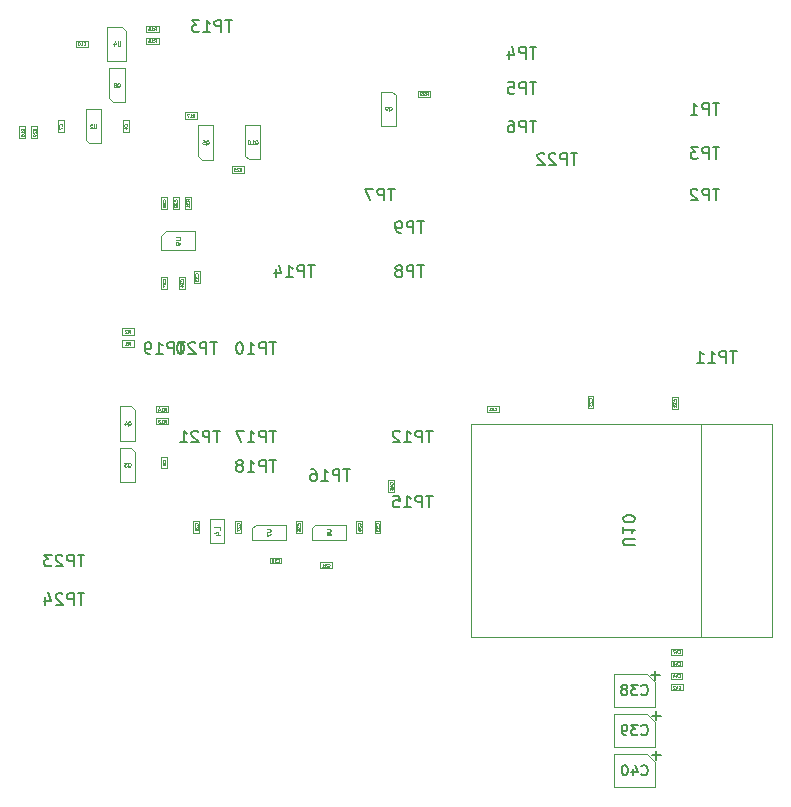
<source format=gbr>
%TF.GenerationSoftware,KiCad,Pcbnew,7.0.1*%
%TF.CreationDate,2023-05-20T22:45:57-07:00*%
%TF.ProjectId,ai-camera-rev3,61692d63-616d-4657-9261-2d726576332e,rev3*%
%TF.SameCoordinates,PX5a995c0PY2aea540*%
%TF.FileFunction,AssemblyDrawing,Bot*%
%FSLAX46Y46*%
G04 Gerber Fmt 4.6, Leading zero omitted, Abs format (unit mm)*
G04 Created by KiCad (PCBNEW 7.0.1) date 2023-05-20 22:45:57*
%MOMM*%
%LPD*%
G01*
G04 APERTURE LIST*
%ADD10C,0.050000*%
%ADD11C,0.150000*%
%ADD12C,0.130000*%
%ADD13C,0.040000*%
%ADD14C,0.060000*%
%ADD15C,0.080000*%
%ADD16C,0.100000*%
G04 APERTURE END LIST*
D10*
X21530476Y-13038514D02*
X21560952Y-13023276D01*
X21560952Y-13023276D02*
X21591428Y-12992800D01*
X21591428Y-12992800D02*
X21637142Y-12947085D01*
X21637142Y-12947085D02*
X21667619Y-12931847D01*
X21667619Y-12931847D02*
X21698095Y-12931847D01*
X21682857Y-13008038D02*
X21713333Y-12992800D01*
X21713333Y-12992800D02*
X21743809Y-12962323D01*
X21743809Y-12962323D02*
X21759047Y-12901371D01*
X21759047Y-12901371D02*
X21759047Y-12794704D01*
X21759047Y-12794704D02*
X21743809Y-12733752D01*
X21743809Y-12733752D02*
X21713333Y-12703276D01*
X21713333Y-12703276D02*
X21682857Y-12688038D01*
X21682857Y-12688038D02*
X21621904Y-12688038D01*
X21621904Y-12688038D02*
X21591428Y-12703276D01*
X21591428Y-12703276D02*
X21560952Y-12733752D01*
X21560952Y-12733752D02*
X21545714Y-12794704D01*
X21545714Y-12794704D02*
X21545714Y-12901371D01*
X21545714Y-12901371D02*
X21560952Y-12962323D01*
X21560952Y-12962323D02*
X21591428Y-12992800D01*
X21591428Y-12992800D02*
X21621904Y-13008038D01*
X21621904Y-13008038D02*
X21682857Y-13008038D01*
X21256190Y-12688038D02*
X21408571Y-12688038D01*
X21408571Y-12688038D02*
X21423809Y-12840419D01*
X21423809Y-12840419D02*
X21408571Y-12825180D01*
X21408571Y-12825180D02*
X21378095Y-12809942D01*
X21378095Y-12809942D02*
X21301904Y-12809942D01*
X21301904Y-12809942D02*
X21271428Y-12825180D01*
X21271428Y-12825180D02*
X21256190Y-12840419D01*
X21256190Y-12840419D02*
X21240952Y-12870895D01*
X21240952Y-12870895D02*
X21240952Y-12947085D01*
X21240952Y-12947085D02*
X21256190Y-12977561D01*
X21256190Y-12977561D02*
X21271428Y-12992800D01*
X21271428Y-12992800D02*
X21301904Y-13008038D01*
X21301904Y-13008038D02*
X21378095Y-13008038D01*
X21378095Y-13008038D02*
X21408571Y-12992800D01*
X21408571Y-12992800D02*
X21423809Y-12977561D01*
D11*
X60030951Y-61406666D02*
X59269047Y-61406666D01*
X59649999Y-61787619D02*
X59649999Y-61025714D01*
D12*
X58403214Y-62960796D02*
X58445118Y-63002701D01*
X58445118Y-63002701D02*
X58570833Y-63044605D01*
X58570833Y-63044605D02*
X58654642Y-63044605D01*
X58654642Y-63044605D02*
X58780356Y-63002701D01*
X58780356Y-63002701D02*
X58864166Y-62918891D01*
X58864166Y-62918891D02*
X58906071Y-62835081D01*
X58906071Y-62835081D02*
X58947975Y-62667462D01*
X58947975Y-62667462D02*
X58947975Y-62541748D01*
X58947975Y-62541748D02*
X58906071Y-62374129D01*
X58906071Y-62374129D02*
X58864166Y-62290320D01*
X58864166Y-62290320D02*
X58780356Y-62206510D01*
X58780356Y-62206510D02*
X58654642Y-62164605D01*
X58654642Y-62164605D02*
X58570833Y-62164605D01*
X58570833Y-62164605D02*
X58445118Y-62206510D01*
X58445118Y-62206510D02*
X58403214Y-62248415D01*
X58109880Y-62164605D02*
X57565118Y-62164605D01*
X57565118Y-62164605D02*
X57858452Y-62499843D01*
X57858452Y-62499843D02*
X57732737Y-62499843D01*
X57732737Y-62499843D02*
X57648928Y-62541748D01*
X57648928Y-62541748D02*
X57607023Y-62583653D01*
X57607023Y-62583653D02*
X57565118Y-62667462D01*
X57565118Y-62667462D02*
X57565118Y-62876986D01*
X57565118Y-62876986D02*
X57607023Y-62960796D01*
X57607023Y-62960796D02*
X57648928Y-63002701D01*
X57648928Y-63002701D02*
X57732737Y-63044605D01*
X57732737Y-63044605D02*
X57984166Y-63044605D01*
X57984166Y-63044605D02*
X58067975Y-63002701D01*
X58067975Y-63002701D02*
X58109880Y-62960796D01*
X57146071Y-63044605D02*
X56978452Y-63044605D01*
X56978452Y-63044605D02*
X56894642Y-63002701D01*
X56894642Y-63002701D02*
X56852738Y-62960796D01*
X56852738Y-62960796D02*
X56768928Y-62835081D01*
X56768928Y-62835081D02*
X56727023Y-62667462D01*
X56727023Y-62667462D02*
X56727023Y-62332224D01*
X56727023Y-62332224D02*
X56768928Y-62248415D01*
X56768928Y-62248415D02*
X56810833Y-62206510D01*
X56810833Y-62206510D02*
X56894642Y-62164605D01*
X56894642Y-62164605D02*
X57062261Y-62164605D01*
X57062261Y-62164605D02*
X57146071Y-62206510D01*
X57146071Y-62206510D02*
X57187976Y-62248415D01*
X57187976Y-62248415D02*
X57229880Y-62332224D01*
X57229880Y-62332224D02*
X57229880Y-62541748D01*
X57229880Y-62541748D02*
X57187976Y-62625558D01*
X57187976Y-62625558D02*
X57146071Y-62667462D01*
X57146071Y-62667462D02*
X57062261Y-62709367D01*
X57062261Y-62709367D02*
X56894642Y-62709367D01*
X56894642Y-62709367D02*
X56810833Y-62667462D01*
X56810833Y-62667462D02*
X56768928Y-62625558D01*
X56768928Y-62625558D02*
X56727023Y-62541748D01*
D11*
X27488094Y-29762619D02*
X26916666Y-29762619D01*
X27202380Y-30762619D02*
X27202380Y-29762619D01*
X26583332Y-30762619D02*
X26583332Y-29762619D01*
X26583332Y-29762619D02*
X26202380Y-29762619D01*
X26202380Y-29762619D02*
X26107142Y-29810238D01*
X26107142Y-29810238D02*
X26059523Y-29857857D01*
X26059523Y-29857857D02*
X26011904Y-29953095D01*
X26011904Y-29953095D02*
X26011904Y-30095952D01*
X26011904Y-30095952D02*
X26059523Y-30191190D01*
X26059523Y-30191190D02*
X26107142Y-30238809D01*
X26107142Y-30238809D02*
X26202380Y-30286428D01*
X26202380Y-30286428D02*
X26583332Y-30286428D01*
X25059523Y-30762619D02*
X25630951Y-30762619D01*
X25345237Y-30762619D02*
X25345237Y-29762619D01*
X25345237Y-29762619D02*
X25440475Y-29905476D01*
X25440475Y-29905476D02*
X25535713Y-30000714D01*
X25535713Y-30000714D02*
X25630951Y-30048333D01*
X24440475Y-29762619D02*
X24345237Y-29762619D01*
X24345237Y-29762619D02*
X24249999Y-29810238D01*
X24249999Y-29810238D02*
X24202380Y-29857857D01*
X24202380Y-29857857D02*
X24154761Y-29953095D01*
X24154761Y-29953095D02*
X24107142Y-30143571D01*
X24107142Y-30143571D02*
X24107142Y-30381666D01*
X24107142Y-30381666D02*
X24154761Y-30572142D01*
X24154761Y-30572142D02*
X24202380Y-30667380D01*
X24202380Y-30667380D02*
X24249999Y-30715000D01*
X24249999Y-30715000D02*
X24345237Y-30762619D01*
X24345237Y-30762619D02*
X24440475Y-30762619D01*
X24440475Y-30762619D02*
X24535713Y-30715000D01*
X24535713Y-30715000D02*
X24583332Y-30667380D01*
X24583332Y-30667380D02*
X24630951Y-30572142D01*
X24630951Y-30572142D02*
X24678570Y-30381666D01*
X24678570Y-30381666D02*
X24678570Y-30143571D01*
X24678570Y-30143571D02*
X24630951Y-29953095D01*
X24630951Y-29953095D02*
X24583332Y-29857857D01*
X24583332Y-29857857D02*
X24535713Y-29810238D01*
X24535713Y-29810238D02*
X24440475Y-29762619D01*
D13*
X14963332Y-28990280D02*
X15049999Y-28866471D01*
X15111904Y-28990280D02*
X15111904Y-28730280D01*
X15111904Y-28730280D02*
X15012856Y-28730280D01*
X15012856Y-28730280D02*
X14988094Y-28742661D01*
X14988094Y-28742661D02*
X14975713Y-28755042D01*
X14975713Y-28755042D02*
X14963332Y-28779804D01*
X14963332Y-28779804D02*
X14963332Y-28816947D01*
X14963332Y-28816947D02*
X14975713Y-28841709D01*
X14975713Y-28841709D02*
X14988094Y-28854090D01*
X14988094Y-28854090D02*
X15012856Y-28866471D01*
X15012856Y-28866471D02*
X15111904Y-28866471D01*
X14864285Y-28755042D02*
X14851904Y-28742661D01*
X14851904Y-28742661D02*
X14827142Y-28730280D01*
X14827142Y-28730280D02*
X14765237Y-28730280D01*
X14765237Y-28730280D02*
X14740475Y-28742661D01*
X14740475Y-28742661D02*
X14728094Y-28755042D01*
X14728094Y-28755042D02*
X14715713Y-28779804D01*
X14715713Y-28779804D02*
X14715713Y-28804566D01*
X14715713Y-28804566D02*
X14728094Y-28841709D01*
X14728094Y-28841709D02*
X14876666Y-28990280D01*
X14876666Y-28990280D02*
X14715713Y-28990280D01*
D11*
X11238094Y-51012619D02*
X10666666Y-51012619D01*
X10952380Y-52012619D02*
X10952380Y-51012619D01*
X10333332Y-52012619D02*
X10333332Y-51012619D01*
X10333332Y-51012619D02*
X9952380Y-51012619D01*
X9952380Y-51012619D02*
X9857142Y-51060238D01*
X9857142Y-51060238D02*
X9809523Y-51107857D01*
X9809523Y-51107857D02*
X9761904Y-51203095D01*
X9761904Y-51203095D02*
X9761904Y-51345952D01*
X9761904Y-51345952D02*
X9809523Y-51441190D01*
X9809523Y-51441190D02*
X9857142Y-51488809D01*
X9857142Y-51488809D02*
X9952380Y-51536428D01*
X9952380Y-51536428D02*
X10333332Y-51536428D01*
X9380951Y-51107857D02*
X9333332Y-51060238D01*
X9333332Y-51060238D02*
X9238094Y-51012619D01*
X9238094Y-51012619D02*
X8999999Y-51012619D01*
X8999999Y-51012619D02*
X8904761Y-51060238D01*
X8904761Y-51060238D02*
X8857142Y-51107857D01*
X8857142Y-51107857D02*
X8809523Y-51203095D01*
X8809523Y-51203095D02*
X8809523Y-51298333D01*
X8809523Y-51298333D02*
X8857142Y-51441190D01*
X8857142Y-51441190D02*
X9428570Y-52012619D01*
X9428570Y-52012619D02*
X8809523Y-52012619D01*
X7952380Y-51345952D02*
X7952380Y-52012619D01*
X8190475Y-50965000D02*
X8428570Y-51679285D01*
X8428570Y-51679285D02*
X7809523Y-51679285D01*
D13*
X61341845Y-34749285D02*
X61353750Y-34737381D01*
X61353750Y-34737381D02*
X61365654Y-34701666D01*
X61365654Y-34701666D02*
X61365654Y-34677857D01*
X61365654Y-34677857D02*
X61353750Y-34642143D01*
X61353750Y-34642143D02*
X61329940Y-34618333D01*
X61329940Y-34618333D02*
X61306130Y-34606428D01*
X61306130Y-34606428D02*
X61258511Y-34594524D01*
X61258511Y-34594524D02*
X61222797Y-34594524D01*
X61222797Y-34594524D02*
X61175178Y-34606428D01*
X61175178Y-34606428D02*
X61151369Y-34618333D01*
X61151369Y-34618333D02*
X61127559Y-34642143D01*
X61127559Y-34642143D02*
X61115654Y-34677857D01*
X61115654Y-34677857D02*
X61115654Y-34701666D01*
X61115654Y-34701666D02*
X61127559Y-34737381D01*
X61127559Y-34737381D02*
X61139464Y-34749285D01*
X61115654Y-34832619D02*
X61115654Y-34987381D01*
X61115654Y-34987381D02*
X61210892Y-34904047D01*
X61210892Y-34904047D02*
X61210892Y-34939762D01*
X61210892Y-34939762D02*
X61222797Y-34963571D01*
X61222797Y-34963571D02*
X61234702Y-34975476D01*
X61234702Y-34975476D02*
X61258511Y-34987381D01*
X61258511Y-34987381D02*
X61318035Y-34987381D01*
X61318035Y-34987381D02*
X61341845Y-34975476D01*
X61341845Y-34975476D02*
X61353750Y-34963571D01*
X61353750Y-34963571D02*
X61365654Y-34939762D01*
X61365654Y-34939762D02*
X61365654Y-34868333D01*
X61365654Y-34868333D02*
X61353750Y-34844524D01*
X61353750Y-34844524D02*
X61341845Y-34832619D01*
X61139464Y-35082619D02*
X61127559Y-35094523D01*
X61127559Y-35094523D02*
X61115654Y-35118333D01*
X61115654Y-35118333D02*
X61115654Y-35177857D01*
X61115654Y-35177857D02*
X61127559Y-35201666D01*
X61127559Y-35201666D02*
X61139464Y-35213571D01*
X61139464Y-35213571D02*
X61163273Y-35225476D01*
X61163273Y-35225476D02*
X61187083Y-35225476D01*
X61187083Y-35225476D02*
X61222797Y-35213571D01*
X61222797Y-35213571D02*
X61365654Y-35070714D01*
X61365654Y-35070714D02*
X61365654Y-35225476D01*
D11*
X57857380Y-46968094D02*
X57047857Y-46968094D01*
X57047857Y-46968094D02*
X56952619Y-46920475D01*
X56952619Y-46920475D02*
X56905000Y-46872856D01*
X56905000Y-46872856D02*
X56857380Y-46777618D01*
X56857380Y-46777618D02*
X56857380Y-46587142D01*
X56857380Y-46587142D02*
X56905000Y-46491904D01*
X56905000Y-46491904D02*
X56952619Y-46444285D01*
X56952619Y-46444285D02*
X57047857Y-46396666D01*
X57047857Y-46396666D02*
X57857380Y-46396666D01*
X56857380Y-45396666D02*
X56857380Y-45968094D01*
X56857380Y-45682380D02*
X57857380Y-45682380D01*
X57857380Y-45682380D02*
X57714523Y-45777618D01*
X57714523Y-45777618D02*
X57619285Y-45872856D01*
X57619285Y-45872856D02*
X57571666Y-45968094D01*
X57857380Y-44777618D02*
X57857380Y-44682380D01*
X57857380Y-44682380D02*
X57809761Y-44587142D01*
X57809761Y-44587142D02*
X57762142Y-44539523D01*
X57762142Y-44539523D02*
X57666904Y-44491904D01*
X57666904Y-44491904D02*
X57476428Y-44444285D01*
X57476428Y-44444285D02*
X57238333Y-44444285D01*
X57238333Y-44444285D02*
X57047857Y-44491904D01*
X57047857Y-44491904D02*
X56952619Y-44539523D01*
X56952619Y-44539523D02*
X56905000Y-44587142D01*
X56905000Y-44587142D02*
X56857380Y-44682380D01*
X56857380Y-44682380D02*
X56857380Y-44777618D01*
X56857380Y-44777618D02*
X56905000Y-44872856D01*
X56905000Y-44872856D02*
X56952619Y-44920475D01*
X56952619Y-44920475D02*
X57047857Y-44968094D01*
X57047857Y-44968094D02*
X57238333Y-45015713D01*
X57238333Y-45015713D02*
X57476428Y-45015713D01*
X57476428Y-45015713D02*
X57666904Y-44968094D01*
X57666904Y-44968094D02*
X57762142Y-44920475D01*
X57762142Y-44920475D02*
X57809761Y-44872856D01*
X57809761Y-44872856D02*
X57857380Y-44777618D01*
X27488094Y-37262619D02*
X26916666Y-37262619D01*
X27202380Y-38262619D02*
X27202380Y-37262619D01*
X26583332Y-38262619D02*
X26583332Y-37262619D01*
X26583332Y-37262619D02*
X26202380Y-37262619D01*
X26202380Y-37262619D02*
X26107142Y-37310238D01*
X26107142Y-37310238D02*
X26059523Y-37357857D01*
X26059523Y-37357857D02*
X26011904Y-37453095D01*
X26011904Y-37453095D02*
X26011904Y-37595952D01*
X26011904Y-37595952D02*
X26059523Y-37691190D01*
X26059523Y-37691190D02*
X26107142Y-37738809D01*
X26107142Y-37738809D02*
X26202380Y-37786428D01*
X26202380Y-37786428D02*
X26583332Y-37786428D01*
X25059523Y-38262619D02*
X25630951Y-38262619D01*
X25345237Y-38262619D02*
X25345237Y-37262619D01*
X25345237Y-37262619D02*
X25440475Y-37405476D01*
X25440475Y-37405476D02*
X25535713Y-37500714D01*
X25535713Y-37500714D02*
X25630951Y-37548333D01*
X24726189Y-37262619D02*
X24059523Y-37262619D01*
X24059523Y-37262619D02*
X24488094Y-38262619D01*
D13*
X18091845Y-17839285D02*
X18103750Y-17827381D01*
X18103750Y-17827381D02*
X18115654Y-17791666D01*
X18115654Y-17791666D02*
X18115654Y-17767857D01*
X18115654Y-17767857D02*
X18103750Y-17732143D01*
X18103750Y-17732143D02*
X18079940Y-17708333D01*
X18079940Y-17708333D02*
X18056130Y-17696428D01*
X18056130Y-17696428D02*
X18008511Y-17684524D01*
X18008511Y-17684524D02*
X17972797Y-17684524D01*
X17972797Y-17684524D02*
X17925178Y-17696428D01*
X17925178Y-17696428D02*
X17901369Y-17708333D01*
X17901369Y-17708333D02*
X17877559Y-17732143D01*
X17877559Y-17732143D02*
X17865654Y-17767857D01*
X17865654Y-17767857D02*
X17865654Y-17791666D01*
X17865654Y-17791666D02*
X17877559Y-17827381D01*
X17877559Y-17827381D02*
X17889464Y-17839285D01*
X17889464Y-17934524D02*
X17877559Y-17946428D01*
X17877559Y-17946428D02*
X17865654Y-17970238D01*
X17865654Y-17970238D02*
X17865654Y-18029762D01*
X17865654Y-18029762D02*
X17877559Y-18053571D01*
X17877559Y-18053571D02*
X17889464Y-18065476D01*
X17889464Y-18065476D02*
X17913273Y-18077381D01*
X17913273Y-18077381D02*
X17937083Y-18077381D01*
X17937083Y-18077381D02*
X17972797Y-18065476D01*
X17972797Y-18065476D02*
X18115654Y-17922619D01*
X18115654Y-17922619D02*
X18115654Y-18077381D01*
X18115654Y-18196428D02*
X18115654Y-18244047D01*
X18115654Y-18244047D02*
X18103750Y-18267857D01*
X18103750Y-18267857D02*
X18091845Y-18279761D01*
X18091845Y-18279761D02*
X18056130Y-18303571D01*
X18056130Y-18303571D02*
X18008511Y-18315476D01*
X18008511Y-18315476D02*
X17913273Y-18315476D01*
X17913273Y-18315476D02*
X17889464Y-18303571D01*
X17889464Y-18303571D02*
X17877559Y-18291666D01*
X17877559Y-18291666D02*
X17865654Y-18267857D01*
X17865654Y-18267857D02*
X17865654Y-18220238D01*
X17865654Y-18220238D02*
X17877559Y-18196428D01*
X17877559Y-18196428D02*
X17889464Y-18184523D01*
X17889464Y-18184523D02*
X17913273Y-18172619D01*
X17913273Y-18172619D02*
X17972797Y-18172619D01*
X17972797Y-18172619D02*
X17996607Y-18184523D01*
X17996607Y-18184523D02*
X18008511Y-18196428D01*
X18008511Y-18196428D02*
X18020416Y-18220238D01*
X18020416Y-18220238D02*
X18020416Y-18267857D01*
X18020416Y-18267857D02*
X18008511Y-18291666D01*
X18008511Y-18291666D02*
X17996607Y-18303571D01*
X17996607Y-18303571D02*
X17972797Y-18315476D01*
X19591845Y-24589285D02*
X19603750Y-24577381D01*
X19603750Y-24577381D02*
X19615654Y-24541666D01*
X19615654Y-24541666D02*
X19615654Y-24517857D01*
X19615654Y-24517857D02*
X19603750Y-24482143D01*
X19603750Y-24482143D02*
X19579940Y-24458333D01*
X19579940Y-24458333D02*
X19556130Y-24446428D01*
X19556130Y-24446428D02*
X19508511Y-24434524D01*
X19508511Y-24434524D02*
X19472797Y-24434524D01*
X19472797Y-24434524D02*
X19425178Y-24446428D01*
X19425178Y-24446428D02*
X19401369Y-24458333D01*
X19401369Y-24458333D02*
X19377559Y-24482143D01*
X19377559Y-24482143D02*
X19365654Y-24517857D01*
X19365654Y-24517857D02*
X19365654Y-24541666D01*
X19365654Y-24541666D02*
X19377559Y-24577381D01*
X19377559Y-24577381D02*
X19389464Y-24589285D01*
X19365654Y-24672619D02*
X19365654Y-24827381D01*
X19365654Y-24827381D02*
X19460892Y-24744047D01*
X19460892Y-24744047D02*
X19460892Y-24779762D01*
X19460892Y-24779762D02*
X19472797Y-24803571D01*
X19472797Y-24803571D02*
X19484702Y-24815476D01*
X19484702Y-24815476D02*
X19508511Y-24827381D01*
X19508511Y-24827381D02*
X19568035Y-24827381D01*
X19568035Y-24827381D02*
X19591845Y-24815476D01*
X19591845Y-24815476D02*
X19603750Y-24803571D01*
X19603750Y-24803571D02*
X19615654Y-24779762D01*
X19615654Y-24779762D02*
X19615654Y-24708333D01*
X19615654Y-24708333D02*
X19603750Y-24684524D01*
X19603750Y-24684524D02*
X19591845Y-24672619D01*
X19448988Y-25041666D02*
X19615654Y-25041666D01*
X19353750Y-24982142D02*
X19532321Y-24922619D01*
X19532321Y-24922619D02*
X19532321Y-25077380D01*
X37328245Y-41777285D02*
X37340150Y-41765381D01*
X37340150Y-41765381D02*
X37352054Y-41729666D01*
X37352054Y-41729666D02*
X37352054Y-41705857D01*
X37352054Y-41705857D02*
X37340150Y-41670143D01*
X37340150Y-41670143D02*
X37316340Y-41646333D01*
X37316340Y-41646333D02*
X37292530Y-41634428D01*
X37292530Y-41634428D02*
X37244911Y-41622524D01*
X37244911Y-41622524D02*
X37209197Y-41622524D01*
X37209197Y-41622524D02*
X37161578Y-41634428D01*
X37161578Y-41634428D02*
X37137769Y-41646333D01*
X37137769Y-41646333D02*
X37113959Y-41670143D01*
X37113959Y-41670143D02*
X37102054Y-41705857D01*
X37102054Y-41705857D02*
X37102054Y-41729666D01*
X37102054Y-41729666D02*
X37113959Y-41765381D01*
X37113959Y-41765381D02*
X37125864Y-41777285D01*
X37185388Y-41991571D02*
X37352054Y-41991571D01*
X37090150Y-41932047D02*
X37268721Y-41872524D01*
X37268721Y-41872524D02*
X37268721Y-42027285D01*
X37209197Y-42158238D02*
X37197292Y-42134428D01*
X37197292Y-42134428D02*
X37185388Y-42122523D01*
X37185388Y-42122523D02*
X37161578Y-42110619D01*
X37161578Y-42110619D02*
X37149673Y-42110619D01*
X37149673Y-42110619D02*
X37125864Y-42122523D01*
X37125864Y-42122523D02*
X37113959Y-42134428D01*
X37113959Y-42134428D02*
X37102054Y-42158238D01*
X37102054Y-42158238D02*
X37102054Y-42205857D01*
X37102054Y-42205857D02*
X37113959Y-42229666D01*
X37113959Y-42229666D02*
X37125864Y-42241571D01*
X37125864Y-42241571D02*
X37149673Y-42253476D01*
X37149673Y-42253476D02*
X37161578Y-42253476D01*
X37161578Y-42253476D02*
X37185388Y-42241571D01*
X37185388Y-42241571D02*
X37197292Y-42229666D01*
X37197292Y-42229666D02*
X37209197Y-42205857D01*
X37209197Y-42205857D02*
X37209197Y-42158238D01*
X37209197Y-42158238D02*
X37221102Y-42134428D01*
X37221102Y-42134428D02*
X37233007Y-42122523D01*
X37233007Y-42122523D02*
X37256816Y-42110619D01*
X37256816Y-42110619D02*
X37304435Y-42110619D01*
X37304435Y-42110619D02*
X37328245Y-42122523D01*
X37328245Y-42122523D02*
X37340150Y-42134428D01*
X37340150Y-42134428D02*
X37352054Y-42158238D01*
X37352054Y-42158238D02*
X37352054Y-42205857D01*
X37352054Y-42205857D02*
X37340150Y-42229666D01*
X37340150Y-42229666D02*
X37328245Y-42241571D01*
X37328245Y-42241571D02*
X37304435Y-42253476D01*
X37304435Y-42253476D02*
X37256816Y-42253476D01*
X37256816Y-42253476D02*
X37233007Y-42241571D01*
X37233007Y-42241571D02*
X37221102Y-42229666D01*
X37221102Y-42229666D02*
X37209197Y-42205857D01*
D11*
X40738094Y-37262619D02*
X40166666Y-37262619D01*
X40452380Y-38262619D02*
X40452380Y-37262619D01*
X39833332Y-38262619D02*
X39833332Y-37262619D01*
X39833332Y-37262619D02*
X39452380Y-37262619D01*
X39452380Y-37262619D02*
X39357142Y-37310238D01*
X39357142Y-37310238D02*
X39309523Y-37357857D01*
X39309523Y-37357857D02*
X39261904Y-37453095D01*
X39261904Y-37453095D02*
X39261904Y-37595952D01*
X39261904Y-37595952D02*
X39309523Y-37691190D01*
X39309523Y-37691190D02*
X39357142Y-37738809D01*
X39357142Y-37738809D02*
X39452380Y-37786428D01*
X39452380Y-37786428D02*
X39833332Y-37786428D01*
X38309523Y-38262619D02*
X38880951Y-38262619D01*
X38595237Y-38262619D02*
X38595237Y-37262619D01*
X38595237Y-37262619D02*
X38690475Y-37405476D01*
X38690475Y-37405476D02*
X38785713Y-37500714D01*
X38785713Y-37500714D02*
X38880951Y-37548333D01*
X37928570Y-37357857D02*
X37880951Y-37310238D01*
X37880951Y-37310238D02*
X37785713Y-37262619D01*
X37785713Y-37262619D02*
X37547618Y-37262619D01*
X37547618Y-37262619D02*
X37452380Y-37310238D01*
X37452380Y-37310238D02*
X37404761Y-37357857D01*
X37404761Y-37357857D02*
X37357142Y-37453095D01*
X37357142Y-37453095D02*
X37357142Y-37548333D01*
X37357142Y-37548333D02*
X37404761Y-37691190D01*
X37404761Y-37691190D02*
X37976189Y-38262619D01*
X37976189Y-38262619D02*
X37357142Y-38262619D01*
D13*
X20120280Y-17832857D02*
X19996471Y-17746190D01*
X20120280Y-17684285D02*
X19860280Y-17684285D01*
X19860280Y-17684285D02*
X19860280Y-17783333D01*
X19860280Y-17783333D02*
X19872661Y-17808095D01*
X19872661Y-17808095D02*
X19885042Y-17820476D01*
X19885042Y-17820476D02*
X19909804Y-17832857D01*
X19909804Y-17832857D02*
X19946947Y-17832857D01*
X19946947Y-17832857D02*
X19971709Y-17820476D01*
X19971709Y-17820476D02*
X19984090Y-17808095D01*
X19984090Y-17808095D02*
X19996471Y-17783333D01*
X19996471Y-17783333D02*
X19996471Y-17684285D01*
X19860280Y-17919523D02*
X19860280Y-18080476D01*
X19860280Y-18080476D02*
X19959328Y-17993809D01*
X19959328Y-17993809D02*
X19959328Y-18030952D01*
X19959328Y-18030952D02*
X19971709Y-18055714D01*
X19971709Y-18055714D02*
X19984090Y-18068095D01*
X19984090Y-18068095D02*
X20008852Y-18080476D01*
X20008852Y-18080476D02*
X20070757Y-18080476D01*
X20070757Y-18080476D02*
X20095519Y-18068095D01*
X20095519Y-18068095D02*
X20107900Y-18055714D01*
X20107900Y-18055714D02*
X20120280Y-18030952D01*
X20120280Y-18030952D02*
X20120280Y-17956666D01*
X20120280Y-17956666D02*
X20107900Y-17931904D01*
X20107900Y-17931904D02*
X20095519Y-17919523D01*
X20120280Y-18328095D02*
X20120280Y-18179523D01*
X20120280Y-18253809D02*
X19860280Y-18253809D01*
X19860280Y-18253809D02*
X19897423Y-18229047D01*
X19897423Y-18229047D02*
X19922185Y-18204285D01*
X19922185Y-18204285D02*
X19934566Y-18179523D01*
D11*
X52988094Y-13762619D02*
X52416666Y-13762619D01*
X52702380Y-14762619D02*
X52702380Y-13762619D01*
X52083332Y-14762619D02*
X52083332Y-13762619D01*
X52083332Y-13762619D02*
X51702380Y-13762619D01*
X51702380Y-13762619D02*
X51607142Y-13810238D01*
X51607142Y-13810238D02*
X51559523Y-13857857D01*
X51559523Y-13857857D02*
X51511904Y-13953095D01*
X51511904Y-13953095D02*
X51511904Y-14095952D01*
X51511904Y-14095952D02*
X51559523Y-14191190D01*
X51559523Y-14191190D02*
X51607142Y-14238809D01*
X51607142Y-14238809D02*
X51702380Y-14286428D01*
X51702380Y-14286428D02*
X52083332Y-14286428D01*
X51130951Y-13857857D02*
X51083332Y-13810238D01*
X51083332Y-13810238D02*
X50988094Y-13762619D01*
X50988094Y-13762619D02*
X50749999Y-13762619D01*
X50749999Y-13762619D02*
X50654761Y-13810238D01*
X50654761Y-13810238D02*
X50607142Y-13857857D01*
X50607142Y-13857857D02*
X50559523Y-13953095D01*
X50559523Y-13953095D02*
X50559523Y-14048333D01*
X50559523Y-14048333D02*
X50607142Y-14191190D01*
X50607142Y-14191190D02*
X51178570Y-14762619D01*
X51178570Y-14762619D02*
X50559523Y-14762619D01*
X50178570Y-13857857D02*
X50130951Y-13810238D01*
X50130951Y-13810238D02*
X50035713Y-13762619D01*
X50035713Y-13762619D02*
X49797618Y-13762619D01*
X49797618Y-13762619D02*
X49702380Y-13810238D01*
X49702380Y-13810238D02*
X49654761Y-13857857D01*
X49654761Y-13857857D02*
X49607142Y-13953095D01*
X49607142Y-13953095D02*
X49607142Y-14048333D01*
X49607142Y-14048333D02*
X49654761Y-14191190D01*
X49654761Y-14191190D02*
X50226189Y-14762619D01*
X50226189Y-14762619D02*
X49607142Y-14762619D01*
D13*
X14841845Y-11458333D02*
X14853750Y-11446429D01*
X14853750Y-11446429D02*
X14865654Y-11410714D01*
X14865654Y-11410714D02*
X14865654Y-11386905D01*
X14865654Y-11386905D02*
X14853750Y-11351191D01*
X14853750Y-11351191D02*
X14829940Y-11327381D01*
X14829940Y-11327381D02*
X14806130Y-11315476D01*
X14806130Y-11315476D02*
X14758511Y-11303572D01*
X14758511Y-11303572D02*
X14722797Y-11303572D01*
X14722797Y-11303572D02*
X14675178Y-11315476D01*
X14675178Y-11315476D02*
X14651369Y-11327381D01*
X14651369Y-11327381D02*
X14627559Y-11351191D01*
X14627559Y-11351191D02*
X14615654Y-11386905D01*
X14615654Y-11386905D02*
X14615654Y-11410714D01*
X14615654Y-11410714D02*
X14627559Y-11446429D01*
X14627559Y-11446429D02*
X14639464Y-11458333D01*
X14698988Y-11672619D02*
X14865654Y-11672619D01*
X14603750Y-11613095D02*
X14782321Y-11553572D01*
X14782321Y-11553572D02*
X14782321Y-11708333D01*
X18091845Y-24589285D02*
X18103750Y-24577381D01*
X18103750Y-24577381D02*
X18115654Y-24541666D01*
X18115654Y-24541666D02*
X18115654Y-24517857D01*
X18115654Y-24517857D02*
X18103750Y-24482143D01*
X18103750Y-24482143D02*
X18079940Y-24458333D01*
X18079940Y-24458333D02*
X18056130Y-24446428D01*
X18056130Y-24446428D02*
X18008511Y-24434524D01*
X18008511Y-24434524D02*
X17972797Y-24434524D01*
X17972797Y-24434524D02*
X17925178Y-24446428D01*
X17925178Y-24446428D02*
X17901369Y-24458333D01*
X17901369Y-24458333D02*
X17877559Y-24482143D01*
X17877559Y-24482143D02*
X17865654Y-24517857D01*
X17865654Y-24517857D02*
X17865654Y-24541666D01*
X17865654Y-24541666D02*
X17877559Y-24577381D01*
X17877559Y-24577381D02*
X17889464Y-24589285D01*
X17865654Y-24672619D02*
X17865654Y-24827381D01*
X17865654Y-24827381D02*
X17960892Y-24744047D01*
X17960892Y-24744047D02*
X17960892Y-24779762D01*
X17960892Y-24779762D02*
X17972797Y-24803571D01*
X17972797Y-24803571D02*
X17984702Y-24815476D01*
X17984702Y-24815476D02*
X18008511Y-24827381D01*
X18008511Y-24827381D02*
X18068035Y-24827381D01*
X18068035Y-24827381D02*
X18091845Y-24815476D01*
X18091845Y-24815476D02*
X18103750Y-24803571D01*
X18103750Y-24803571D02*
X18115654Y-24779762D01*
X18115654Y-24779762D02*
X18115654Y-24708333D01*
X18115654Y-24708333D02*
X18103750Y-24684524D01*
X18103750Y-24684524D02*
X18091845Y-24672619D01*
X17865654Y-24910714D02*
X17865654Y-25077380D01*
X17865654Y-25077380D02*
X18115654Y-24970238D01*
X61535714Y-57066845D02*
X61547618Y-57078750D01*
X61547618Y-57078750D02*
X61583333Y-57090654D01*
X61583333Y-57090654D02*
X61607142Y-57090654D01*
X61607142Y-57090654D02*
X61642856Y-57078750D01*
X61642856Y-57078750D02*
X61666666Y-57054940D01*
X61666666Y-57054940D02*
X61678571Y-57031130D01*
X61678571Y-57031130D02*
X61690475Y-56983511D01*
X61690475Y-56983511D02*
X61690475Y-56947797D01*
X61690475Y-56947797D02*
X61678571Y-56900178D01*
X61678571Y-56900178D02*
X61666666Y-56876369D01*
X61666666Y-56876369D02*
X61642856Y-56852559D01*
X61642856Y-56852559D02*
X61607142Y-56840654D01*
X61607142Y-56840654D02*
X61583333Y-56840654D01*
X61583333Y-56840654D02*
X61547618Y-56852559D01*
X61547618Y-56852559D02*
X61535714Y-56864464D01*
X61321428Y-56923988D02*
X61321428Y-57090654D01*
X61380952Y-56828750D02*
X61440475Y-57007321D01*
X61440475Y-57007321D02*
X61285714Y-57007321D01*
X61083333Y-56840654D02*
X61130952Y-56840654D01*
X61130952Y-56840654D02*
X61154761Y-56852559D01*
X61154761Y-56852559D02*
X61166666Y-56864464D01*
X61166666Y-56864464D02*
X61190476Y-56900178D01*
X61190476Y-56900178D02*
X61202380Y-56947797D01*
X61202380Y-56947797D02*
X61202380Y-57043035D01*
X61202380Y-57043035D02*
X61190476Y-57066845D01*
X61190476Y-57066845D02*
X61178571Y-57078750D01*
X61178571Y-57078750D02*
X61154761Y-57090654D01*
X61154761Y-57090654D02*
X61107142Y-57090654D01*
X61107142Y-57090654D02*
X61083333Y-57078750D01*
X61083333Y-57078750D02*
X61071428Y-57066845D01*
X61071428Y-57066845D02*
X61059523Y-57043035D01*
X61059523Y-57043035D02*
X61059523Y-56983511D01*
X61059523Y-56983511D02*
X61071428Y-56959702D01*
X61071428Y-56959702D02*
X61083333Y-56947797D01*
X61083333Y-56947797D02*
X61107142Y-56935892D01*
X61107142Y-56935892D02*
X61154761Y-56935892D01*
X61154761Y-56935892D02*
X61178571Y-56947797D01*
X61178571Y-56947797D02*
X61190476Y-56959702D01*
X61190476Y-56959702D02*
X61202380Y-56983511D01*
D10*
X14930476Y-40338514D02*
X14960952Y-40323276D01*
X14960952Y-40323276D02*
X14991428Y-40292800D01*
X14991428Y-40292800D02*
X15037142Y-40247085D01*
X15037142Y-40247085D02*
X15067619Y-40231847D01*
X15067619Y-40231847D02*
X15098095Y-40231847D01*
X15082857Y-40308038D02*
X15113333Y-40292800D01*
X15113333Y-40292800D02*
X15143809Y-40262323D01*
X15143809Y-40262323D02*
X15159047Y-40201371D01*
X15159047Y-40201371D02*
X15159047Y-40094704D01*
X15159047Y-40094704D02*
X15143809Y-40033752D01*
X15143809Y-40033752D02*
X15113333Y-40003276D01*
X15113333Y-40003276D02*
X15082857Y-39988038D01*
X15082857Y-39988038D02*
X15021904Y-39988038D01*
X15021904Y-39988038D02*
X14991428Y-40003276D01*
X14991428Y-40003276D02*
X14960952Y-40033752D01*
X14960952Y-40033752D02*
X14945714Y-40094704D01*
X14945714Y-40094704D02*
X14945714Y-40201371D01*
X14945714Y-40201371D02*
X14960952Y-40262323D01*
X14960952Y-40262323D02*
X14991428Y-40292800D01*
X14991428Y-40292800D02*
X15021904Y-40308038D01*
X15021904Y-40308038D02*
X15082857Y-40308038D01*
X14839047Y-39988038D02*
X14640952Y-39988038D01*
X14640952Y-39988038D02*
X14747619Y-40109942D01*
X14747619Y-40109942D02*
X14701904Y-40109942D01*
X14701904Y-40109942D02*
X14671428Y-40125180D01*
X14671428Y-40125180D02*
X14656190Y-40140419D01*
X14656190Y-40140419D02*
X14640952Y-40170895D01*
X14640952Y-40170895D02*
X14640952Y-40247085D01*
X14640952Y-40247085D02*
X14656190Y-40277561D01*
X14656190Y-40277561D02*
X14671428Y-40292800D01*
X14671428Y-40292800D02*
X14701904Y-40308038D01*
X14701904Y-40308038D02*
X14793333Y-40308038D01*
X14793333Y-40308038D02*
X14823809Y-40292800D01*
X14823809Y-40292800D02*
X14839047Y-40277561D01*
D13*
X6091845Y-11839285D02*
X6103750Y-11827381D01*
X6103750Y-11827381D02*
X6115654Y-11791666D01*
X6115654Y-11791666D02*
X6115654Y-11767857D01*
X6115654Y-11767857D02*
X6103750Y-11732143D01*
X6103750Y-11732143D02*
X6079940Y-11708333D01*
X6079940Y-11708333D02*
X6056130Y-11696428D01*
X6056130Y-11696428D02*
X6008511Y-11684524D01*
X6008511Y-11684524D02*
X5972797Y-11684524D01*
X5972797Y-11684524D02*
X5925178Y-11696428D01*
X5925178Y-11696428D02*
X5901369Y-11708333D01*
X5901369Y-11708333D02*
X5877559Y-11732143D01*
X5877559Y-11732143D02*
X5865654Y-11767857D01*
X5865654Y-11767857D02*
X5865654Y-11791666D01*
X5865654Y-11791666D02*
X5877559Y-11827381D01*
X5877559Y-11827381D02*
X5889464Y-11839285D01*
X6115654Y-12077381D02*
X6115654Y-11934524D01*
X6115654Y-12005952D02*
X5865654Y-12005952D01*
X5865654Y-12005952D02*
X5901369Y-11982143D01*
X5901369Y-11982143D02*
X5925178Y-11958333D01*
X5925178Y-11958333D02*
X5937083Y-11934524D01*
X5865654Y-12291666D02*
X5865654Y-12244047D01*
X5865654Y-12244047D02*
X5877559Y-12220238D01*
X5877559Y-12220238D02*
X5889464Y-12208333D01*
X5889464Y-12208333D02*
X5925178Y-12184523D01*
X5925178Y-12184523D02*
X5972797Y-12172619D01*
X5972797Y-12172619D02*
X6068035Y-12172619D01*
X6068035Y-12172619D02*
X6091845Y-12184523D01*
X6091845Y-12184523D02*
X6103750Y-12196428D01*
X6103750Y-12196428D02*
X6115654Y-12220238D01*
X6115654Y-12220238D02*
X6115654Y-12267857D01*
X6115654Y-12267857D02*
X6103750Y-12291666D01*
X6103750Y-12291666D02*
X6091845Y-12303571D01*
X6091845Y-12303571D02*
X6068035Y-12315476D01*
X6068035Y-12315476D02*
X6008511Y-12315476D01*
X6008511Y-12315476D02*
X5984702Y-12303571D01*
X5984702Y-12303571D02*
X5972797Y-12291666D01*
X5972797Y-12291666D02*
X5960892Y-12267857D01*
X5960892Y-12267857D02*
X5960892Y-12220238D01*
X5960892Y-12220238D02*
X5972797Y-12196428D01*
X5972797Y-12196428D02*
X5984702Y-12184523D01*
X5984702Y-12184523D02*
X6008511Y-12172619D01*
X29505045Y-45261185D02*
X29516950Y-45249281D01*
X29516950Y-45249281D02*
X29528854Y-45213566D01*
X29528854Y-45213566D02*
X29528854Y-45189757D01*
X29528854Y-45189757D02*
X29516950Y-45154043D01*
X29516950Y-45154043D02*
X29493140Y-45130233D01*
X29493140Y-45130233D02*
X29469330Y-45118328D01*
X29469330Y-45118328D02*
X29421711Y-45106424D01*
X29421711Y-45106424D02*
X29385997Y-45106424D01*
X29385997Y-45106424D02*
X29338378Y-45118328D01*
X29338378Y-45118328D02*
X29314569Y-45130233D01*
X29314569Y-45130233D02*
X29290759Y-45154043D01*
X29290759Y-45154043D02*
X29278854Y-45189757D01*
X29278854Y-45189757D02*
X29278854Y-45213566D01*
X29278854Y-45213566D02*
X29290759Y-45249281D01*
X29290759Y-45249281D02*
X29302664Y-45261185D01*
X29278854Y-45344519D02*
X29278854Y-45499281D01*
X29278854Y-45499281D02*
X29374092Y-45415947D01*
X29374092Y-45415947D02*
X29374092Y-45451662D01*
X29374092Y-45451662D02*
X29385997Y-45475471D01*
X29385997Y-45475471D02*
X29397902Y-45487376D01*
X29397902Y-45487376D02*
X29421711Y-45499281D01*
X29421711Y-45499281D02*
X29481235Y-45499281D01*
X29481235Y-45499281D02*
X29505045Y-45487376D01*
X29505045Y-45487376D02*
X29516950Y-45475471D01*
X29516950Y-45475471D02*
X29528854Y-45451662D01*
X29528854Y-45451662D02*
X29528854Y-45380233D01*
X29528854Y-45380233D02*
X29516950Y-45356424D01*
X29516950Y-45356424D02*
X29505045Y-45344519D01*
X29278854Y-45725471D02*
X29278854Y-45606423D01*
X29278854Y-45606423D02*
X29397902Y-45594519D01*
X29397902Y-45594519D02*
X29385997Y-45606423D01*
X29385997Y-45606423D02*
X29374092Y-45630233D01*
X29374092Y-45630233D02*
X29374092Y-45689757D01*
X29374092Y-45689757D02*
X29385997Y-45713566D01*
X29385997Y-45713566D02*
X29397902Y-45725471D01*
X29397902Y-45725471D02*
X29421711Y-45737376D01*
X29421711Y-45737376D02*
X29481235Y-45737376D01*
X29481235Y-45737376D02*
X29505045Y-45725471D01*
X29505045Y-45725471D02*
X29516950Y-45713566D01*
X29516950Y-45713566D02*
X29528854Y-45689757D01*
X29528854Y-45689757D02*
X29528854Y-45630233D01*
X29528854Y-45630233D02*
X29516950Y-45606423D01*
X29516950Y-45606423D02*
X29505045Y-45594519D01*
X40167142Y-8870280D02*
X40253809Y-8746471D01*
X40315714Y-8870280D02*
X40315714Y-8610280D01*
X40315714Y-8610280D02*
X40216666Y-8610280D01*
X40216666Y-8610280D02*
X40191904Y-8622661D01*
X40191904Y-8622661D02*
X40179523Y-8635042D01*
X40179523Y-8635042D02*
X40167142Y-8659804D01*
X40167142Y-8659804D02*
X40167142Y-8696947D01*
X40167142Y-8696947D02*
X40179523Y-8721709D01*
X40179523Y-8721709D02*
X40191904Y-8734090D01*
X40191904Y-8734090D02*
X40216666Y-8746471D01*
X40216666Y-8746471D02*
X40315714Y-8746471D01*
X40068095Y-8635042D02*
X40055714Y-8622661D01*
X40055714Y-8622661D02*
X40030952Y-8610280D01*
X40030952Y-8610280D02*
X39969047Y-8610280D01*
X39969047Y-8610280D02*
X39944285Y-8622661D01*
X39944285Y-8622661D02*
X39931904Y-8635042D01*
X39931904Y-8635042D02*
X39919523Y-8659804D01*
X39919523Y-8659804D02*
X39919523Y-8684566D01*
X39919523Y-8684566D02*
X39931904Y-8721709D01*
X39931904Y-8721709D02*
X40080476Y-8870280D01*
X40080476Y-8870280D02*
X39919523Y-8870280D01*
X39820476Y-8635042D02*
X39808095Y-8622661D01*
X39808095Y-8622661D02*
X39783333Y-8610280D01*
X39783333Y-8610280D02*
X39721428Y-8610280D01*
X39721428Y-8610280D02*
X39696666Y-8622661D01*
X39696666Y-8622661D02*
X39684285Y-8635042D01*
X39684285Y-8635042D02*
X39671904Y-8659804D01*
X39671904Y-8659804D02*
X39671904Y-8684566D01*
X39671904Y-8684566D02*
X39684285Y-8721709D01*
X39684285Y-8721709D02*
X39832857Y-8870280D01*
X39832857Y-8870280D02*
X39671904Y-8870280D01*
X11180714Y-4591845D02*
X11192618Y-4603750D01*
X11192618Y-4603750D02*
X11228333Y-4615654D01*
X11228333Y-4615654D02*
X11252142Y-4615654D01*
X11252142Y-4615654D02*
X11287856Y-4603750D01*
X11287856Y-4603750D02*
X11311666Y-4579940D01*
X11311666Y-4579940D02*
X11323571Y-4556130D01*
X11323571Y-4556130D02*
X11335475Y-4508511D01*
X11335475Y-4508511D02*
X11335475Y-4472797D01*
X11335475Y-4472797D02*
X11323571Y-4425178D01*
X11323571Y-4425178D02*
X11311666Y-4401369D01*
X11311666Y-4401369D02*
X11287856Y-4377559D01*
X11287856Y-4377559D02*
X11252142Y-4365654D01*
X11252142Y-4365654D02*
X11228333Y-4365654D01*
X11228333Y-4365654D02*
X11192618Y-4377559D01*
X11192618Y-4377559D02*
X11180714Y-4389464D01*
X10942618Y-4615654D02*
X11085475Y-4615654D01*
X11014047Y-4615654D02*
X11014047Y-4365654D01*
X11014047Y-4365654D02*
X11037856Y-4401369D01*
X11037856Y-4401369D02*
X11061666Y-4425178D01*
X11061666Y-4425178D02*
X11085475Y-4437083D01*
X10787857Y-4365654D02*
X10764047Y-4365654D01*
X10764047Y-4365654D02*
X10740238Y-4377559D01*
X10740238Y-4377559D02*
X10728333Y-4389464D01*
X10728333Y-4389464D02*
X10716428Y-4413273D01*
X10716428Y-4413273D02*
X10704523Y-4460892D01*
X10704523Y-4460892D02*
X10704523Y-4520416D01*
X10704523Y-4520416D02*
X10716428Y-4568035D01*
X10716428Y-4568035D02*
X10728333Y-4591845D01*
X10728333Y-4591845D02*
X10740238Y-4603750D01*
X10740238Y-4603750D02*
X10764047Y-4615654D01*
X10764047Y-4615654D02*
X10787857Y-4615654D01*
X10787857Y-4615654D02*
X10811666Y-4603750D01*
X10811666Y-4603750D02*
X10823571Y-4591845D01*
X10823571Y-4591845D02*
X10835476Y-4568035D01*
X10835476Y-4568035D02*
X10847380Y-4520416D01*
X10847380Y-4520416D02*
X10847380Y-4460892D01*
X10847380Y-4460892D02*
X10835476Y-4413273D01*
X10835476Y-4413273D02*
X10823571Y-4389464D01*
X10823571Y-4389464D02*
X10811666Y-4377559D01*
X10811666Y-4377559D02*
X10787857Y-4365654D01*
D11*
X60055951Y-64756666D02*
X59294047Y-64756666D01*
X59674999Y-65137619D02*
X59674999Y-64375714D01*
D12*
X58415714Y-66373296D02*
X58457618Y-66415201D01*
X58457618Y-66415201D02*
X58583333Y-66457105D01*
X58583333Y-66457105D02*
X58667142Y-66457105D01*
X58667142Y-66457105D02*
X58792856Y-66415201D01*
X58792856Y-66415201D02*
X58876666Y-66331391D01*
X58876666Y-66331391D02*
X58918571Y-66247581D01*
X58918571Y-66247581D02*
X58960475Y-66079962D01*
X58960475Y-66079962D02*
X58960475Y-65954248D01*
X58960475Y-65954248D02*
X58918571Y-65786629D01*
X58918571Y-65786629D02*
X58876666Y-65702820D01*
X58876666Y-65702820D02*
X58792856Y-65619010D01*
X58792856Y-65619010D02*
X58667142Y-65577105D01*
X58667142Y-65577105D02*
X58583333Y-65577105D01*
X58583333Y-65577105D02*
X58457618Y-65619010D01*
X58457618Y-65619010D02*
X58415714Y-65660915D01*
X57661428Y-65870439D02*
X57661428Y-66457105D01*
X57870952Y-65535201D02*
X58080475Y-66163772D01*
X58080475Y-66163772D02*
X57535714Y-66163772D01*
X57032857Y-65577105D02*
X56949047Y-65577105D01*
X56949047Y-65577105D02*
X56865238Y-65619010D01*
X56865238Y-65619010D02*
X56823333Y-65660915D01*
X56823333Y-65660915D02*
X56781428Y-65744724D01*
X56781428Y-65744724D02*
X56739523Y-65912343D01*
X56739523Y-65912343D02*
X56739523Y-66121867D01*
X56739523Y-66121867D02*
X56781428Y-66289486D01*
X56781428Y-66289486D02*
X56823333Y-66373296D01*
X56823333Y-66373296D02*
X56865238Y-66415201D01*
X56865238Y-66415201D02*
X56949047Y-66457105D01*
X56949047Y-66457105D02*
X57032857Y-66457105D01*
X57032857Y-66457105D02*
X57116666Y-66415201D01*
X57116666Y-66415201D02*
X57158571Y-66373296D01*
X57158571Y-66373296D02*
X57200476Y-66289486D01*
X57200476Y-66289486D02*
X57242380Y-66121867D01*
X57242380Y-66121867D02*
X57242380Y-65912343D01*
X57242380Y-65912343D02*
X57200476Y-65744724D01*
X57200476Y-65744724D02*
X57158571Y-65660915D01*
X57158571Y-65660915D02*
X57116666Y-65619010D01*
X57116666Y-65619010D02*
X57032857Y-65577105D01*
D11*
X23738094Y-2512619D02*
X23166666Y-2512619D01*
X23452380Y-3512619D02*
X23452380Y-2512619D01*
X22833332Y-3512619D02*
X22833332Y-2512619D01*
X22833332Y-2512619D02*
X22452380Y-2512619D01*
X22452380Y-2512619D02*
X22357142Y-2560238D01*
X22357142Y-2560238D02*
X22309523Y-2607857D01*
X22309523Y-2607857D02*
X22261904Y-2703095D01*
X22261904Y-2703095D02*
X22261904Y-2845952D01*
X22261904Y-2845952D02*
X22309523Y-2941190D01*
X22309523Y-2941190D02*
X22357142Y-2988809D01*
X22357142Y-2988809D02*
X22452380Y-3036428D01*
X22452380Y-3036428D02*
X22833332Y-3036428D01*
X21309523Y-3512619D02*
X21880951Y-3512619D01*
X21595237Y-3512619D02*
X21595237Y-2512619D01*
X21595237Y-2512619D02*
X21690475Y-2655476D01*
X21690475Y-2655476D02*
X21785713Y-2750714D01*
X21785713Y-2750714D02*
X21880951Y-2798333D01*
X20976189Y-2512619D02*
X20357142Y-2512619D01*
X20357142Y-2512619D02*
X20690475Y-2893571D01*
X20690475Y-2893571D02*
X20547618Y-2893571D01*
X20547618Y-2893571D02*
X20452380Y-2941190D01*
X20452380Y-2941190D02*
X20404761Y-2988809D01*
X20404761Y-2988809D02*
X20357142Y-3084047D01*
X20357142Y-3084047D02*
X20357142Y-3322142D01*
X20357142Y-3322142D02*
X20404761Y-3417380D01*
X20404761Y-3417380D02*
X20452380Y-3465000D01*
X20452380Y-3465000D02*
X20547618Y-3512619D01*
X20547618Y-3512619D02*
X20833332Y-3512619D01*
X20833332Y-3512619D02*
X20928570Y-3465000D01*
X20928570Y-3465000D02*
X20976189Y-3417380D01*
D10*
X31768238Y-45628590D02*
X32027285Y-45628590D01*
X32027285Y-45628590D02*
X32057761Y-45643828D01*
X32057761Y-45643828D02*
X32073000Y-45659066D01*
X32073000Y-45659066D02*
X32088238Y-45689542D01*
X32088238Y-45689542D02*
X32088238Y-45750495D01*
X32088238Y-45750495D02*
X32073000Y-45780971D01*
X32073000Y-45780971D02*
X32057761Y-45796209D01*
X32057761Y-45796209D02*
X32027285Y-45811447D01*
X32027285Y-45811447D02*
X31768238Y-45811447D01*
X31905380Y-46009542D02*
X31890142Y-45979066D01*
X31890142Y-45979066D02*
X31874904Y-45963828D01*
X31874904Y-45963828D02*
X31844428Y-45948590D01*
X31844428Y-45948590D02*
X31829190Y-45948590D01*
X31829190Y-45948590D02*
X31798714Y-45963828D01*
X31798714Y-45963828D02*
X31783476Y-45979066D01*
X31783476Y-45979066D02*
X31768238Y-46009542D01*
X31768238Y-46009542D02*
X31768238Y-46070495D01*
X31768238Y-46070495D02*
X31783476Y-46100971D01*
X31783476Y-46100971D02*
X31798714Y-46116209D01*
X31798714Y-46116209D02*
X31829190Y-46131447D01*
X31829190Y-46131447D02*
X31844428Y-46131447D01*
X31844428Y-46131447D02*
X31874904Y-46116209D01*
X31874904Y-46116209D02*
X31890142Y-46100971D01*
X31890142Y-46100971D02*
X31905380Y-46070495D01*
X31905380Y-46070495D02*
X31905380Y-46009542D01*
X31905380Y-46009542D02*
X31920619Y-45979066D01*
X31920619Y-45979066D02*
X31935857Y-45963828D01*
X31935857Y-45963828D02*
X31966333Y-45948590D01*
X31966333Y-45948590D02*
X32027285Y-45948590D01*
X32027285Y-45948590D02*
X32057761Y-45963828D01*
X32057761Y-45963828D02*
X32073000Y-45979066D01*
X32073000Y-45979066D02*
X32088238Y-46009542D01*
X32088238Y-46009542D02*
X32088238Y-46070495D01*
X32088238Y-46070495D02*
X32073000Y-46100971D01*
X32073000Y-46100971D02*
X32057761Y-46116209D01*
X32057761Y-46116209D02*
X32027285Y-46131447D01*
X32027285Y-46131447D02*
X31966333Y-46131447D01*
X31966333Y-46131447D02*
X31935857Y-46116209D01*
X31935857Y-46116209D02*
X31920619Y-46100971D01*
X31920619Y-46100971D02*
X31905380Y-46070495D01*
D11*
X49511904Y-4762619D02*
X48940476Y-4762619D01*
X49226190Y-5762619D02*
X49226190Y-4762619D01*
X48607142Y-5762619D02*
X48607142Y-4762619D01*
X48607142Y-4762619D02*
X48226190Y-4762619D01*
X48226190Y-4762619D02*
X48130952Y-4810238D01*
X48130952Y-4810238D02*
X48083333Y-4857857D01*
X48083333Y-4857857D02*
X48035714Y-4953095D01*
X48035714Y-4953095D02*
X48035714Y-5095952D01*
X48035714Y-5095952D02*
X48083333Y-5191190D01*
X48083333Y-5191190D02*
X48130952Y-5238809D01*
X48130952Y-5238809D02*
X48226190Y-5286428D01*
X48226190Y-5286428D02*
X48607142Y-5286428D01*
X47178571Y-5095952D02*
X47178571Y-5762619D01*
X47416666Y-4715000D02*
X47654761Y-5429285D01*
X47654761Y-5429285D02*
X47035714Y-5429285D01*
X65011904Y-9512619D02*
X64440476Y-9512619D01*
X64726190Y-10512619D02*
X64726190Y-9512619D01*
X64107142Y-10512619D02*
X64107142Y-9512619D01*
X64107142Y-9512619D02*
X63726190Y-9512619D01*
X63726190Y-9512619D02*
X63630952Y-9560238D01*
X63630952Y-9560238D02*
X63583333Y-9607857D01*
X63583333Y-9607857D02*
X63535714Y-9703095D01*
X63535714Y-9703095D02*
X63535714Y-9845952D01*
X63535714Y-9845952D02*
X63583333Y-9941190D01*
X63583333Y-9941190D02*
X63630952Y-9988809D01*
X63630952Y-9988809D02*
X63726190Y-10036428D01*
X63726190Y-10036428D02*
X64107142Y-10036428D01*
X62583333Y-10512619D02*
X63154761Y-10512619D01*
X62869047Y-10512619D02*
X62869047Y-9512619D01*
X62869047Y-9512619D02*
X62964285Y-9655476D01*
X62964285Y-9655476D02*
X63059523Y-9750714D01*
X63059523Y-9750714D02*
X63154761Y-9798333D01*
D13*
X45980714Y-35531845D02*
X45992618Y-35543750D01*
X45992618Y-35543750D02*
X46028333Y-35555654D01*
X46028333Y-35555654D02*
X46052142Y-35555654D01*
X46052142Y-35555654D02*
X46087856Y-35543750D01*
X46087856Y-35543750D02*
X46111666Y-35519940D01*
X46111666Y-35519940D02*
X46123571Y-35496130D01*
X46123571Y-35496130D02*
X46135475Y-35448511D01*
X46135475Y-35448511D02*
X46135475Y-35412797D01*
X46135475Y-35412797D02*
X46123571Y-35365178D01*
X46123571Y-35365178D02*
X46111666Y-35341369D01*
X46111666Y-35341369D02*
X46087856Y-35317559D01*
X46087856Y-35317559D02*
X46052142Y-35305654D01*
X46052142Y-35305654D02*
X46028333Y-35305654D01*
X46028333Y-35305654D02*
X45992618Y-35317559D01*
X45992618Y-35317559D02*
X45980714Y-35329464D01*
X45885475Y-35329464D02*
X45873571Y-35317559D01*
X45873571Y-35317559D02*
X45849761Y-35305654D01*
X45849761Y-35305654D02*
X45790237Y-35305654D01*
X45790237Y-35305654D02*
X45766428Y-35317559D01*
X45766428Y-35317559D02*
X45754523Y-35329464D01*
X45754523Y-35329464D02*
X45742618Y-35353273D01*
X45742618Y-35353273D02*
X45742618Y-35377083D01*
X45742618Y-35377083D02*
X45754523Y-35412797D01*
X45754523Y-35412797D02*
X45897380Y-35555654D01*
X45897380Y-35555654D02*
X45742618Y-35555654D01*
X45504523Y-35555654D02*
X45647380Y-35555654D01*
X45575952Y-35555654D02*
X45575952Y-35305654D01*
X45575952Y-35305654D02*
X45599761Y-35341369D01*
X45599761Y-35341369D02*
X45623571Y-35365178D01*
X45623571Y-35365178D02*
X45647380Y-35377083D01*
X20818245Y-45238085D02*
X20830150Y-45226181D01*
X20830150Y-45226181D02*
X20842054Y-45190466D01*
X20842054Y-45190466D02*
X20842054Y-45166657D01*
X20842054Y-45166657D02*
X20830150Y-45130943D01*
X20830150Y-45130943D02*
X20806340Y-45107133D01*
X20806340Y-45107133D02*
X20782530Y-45095228D01*
X20782530Y-45095228D02*
X20734911Y-45083324D01*
X20734911Y-45083324D02*
X20699197Y-45083324D01*
X20699197Y-45083324D02*
X20651578Y-45095228D01*
X20651578Y-45095228D02*
X20627769Y-45107133D01*
X20627769Y-45107133D02*
X20603959Y-45130943D01*
X20603959Y-45130943D02*
X20592054Y-45166657D01*
X20592054Y-45166657D02*
X20592054Y-45190466D01*
X20592054Y-45190466D02*
X20603959Y-45226181D01*
X20603959Y-45226181D02*
X20615864Y-45238085D01*
X20615864Y-45333324D02*
X20603959Y-45345228D01*
X20603959Y-45345228D02*
X20592054Y-45369038D01*
X20592054Y-45369038D02*
X20592054Y-45428562D01*
X20592054Y-45428562D02*
X20603959Y-45452371D01*
X20603959Y-45452371D02*
X20615864Y-45464276D01*
X20615864Y-45464276D02*
X20639673Y-45476181D01*
X20639673Y-45476181D02*
X20663483Y-45476181D01*
X20663483Y-45476181D02*
X20699197Y-45464276D01*
X20699197Y-45464276D02*
X20842054Y-45321419D01*
X20842054Y-45321419D02*
X20842054Y-45476181D01*
X20592054Y-45690466D02*
X20592054Y-45642847D01*
X20592054Y-45642847D02*
X20603959Y-45619038D01*
X20603959Y-45619038D02*
X20615864Y-45607133D01*
X20615864Y-45607133D02*
X20651578Y-45583323D01*
X20651578Y-45583323D02*
X20699197Y-45571419D01*
X20699197Y-45571419D02*
X20794435Y-45571419D01*
X20794435Y-45571419D02*
X20818245Y-45583323D01*
X20818245Y-45583323D02*
X20830150Y-45595228D01*
X20830150Y-45595228D02*
X20842054Y-45619038D01*
X20842054Y-45619038D02*
X20842054Y-45666657D01*
X20842054Y-45666657D02*
X20830150Y-45690466D01*
X20830150Y-45690466D02*
X20818245Y-45702371D01*
X20818245Y-45702371D02*
X20794435Y-45714276D01*
X20794435Y-45714276D02*
X20734911Y-45714276D01*
X20734911Y-45714276D02*
X20711102Y-45702371D01*
X20711102Y-45702371D02*
X20699197Y-45690466D01*
X20699197Y-45690466D02*
X20687292Y-45666657D01*
X20687292Y-45666657D02*
X20687292Y-45619038D01*
X20687292Y-45619038D02*
X20699197Y-45595228D01*
X20699197Y-45595228D02*
X20711102Y-45583323D01*
X20711102Y-45583323D02*
X20734911Y-45571419D01*
X17167142Y-3370280D02*
X17253809Y-3246471D01*
X17315714Y-3370280D02*
X17315714Y-3110280D01*
X17315714Y-3110280D02*
X17216666Y-3110280D01*
X17216666Y-3110280D02*
X17191904Y-3122661D01*
X17191904Y-3122661D02*
X17179523Y-3135042D01*
X17179523Y-3135042D02*
X17167142Y-3159804D01*
X17167142Y-3159804D02*
X17167142Y-3196947D01*
X17167142Y-3196947D02*
X17179523Y-3221709D01*
X17179523Y-3221709D02*
X17191904Y-3234090D01*
X17191904Y-3234090D02*
X17216666Y-3246471D01*
X17216666Y-3246471D02*
X17315714Y-3246471D01*
X16919523Y-3370280D02*
X17068095Y-3370280D01*
X16993809Y-3370280D02*
X16993809Y-3110280D01*
X16993809Y-3110280D02*
X17018571Y-3147423D01*
X17018571Y-3147423D02*
X17043333Y-3172185D01*
X17043333Y-3172185D02*
X17068095Y-3184566D01*
X16696666Y-3110280D02*
X16746190Y-3110280D01*
X16746190Y-3110280D02*
X16770952Y-3122661D01*
X16770952Y-3122661D02*
X16783333Y-3135042D01*
X16783333Y-3135042D02*
X16808095Y-3172185D01*
X16808095Y-3172185D02*
X16820476Y-3221709D01*
X16820476Y-3221709D02*
X16820476Y-3320757D01*
X16820476Y-3320757D02*
X16808095Y-3345519D01*
X16808095Y-3345519D02*
X16795714Y-3357900D01*
X16795714Y-3357900D02*
X16770952Y-3370280D01*
X16770952Y-3370280D02*
X16721428Y-3370280D01*
X16721428Y-3370280D02*
X16696666Y-3357900D01*
X16696666Y-3357900D02*
X16684285Y-3345519D01*
X16684285Y-3345519D02*
X16671904Y-3320757D01*
X16671904Y-3320757D02*
X16671904Y-3258852D01*
X16671904Y-3258852D02*
X16684285Y-3234090D01*
X16684285Y-3234090D02*
X16696666Y-3221709D01*
X16696666Y-3221709D02*
X16721428Y-3209328D01*
X16721428Y-3209328D02*
X16770952Y-3209328D01*
X16770952Y-3209328D02*
X16795714Y-3221709D01*
X16795714Y-3221709D02*
X16808095Y-3234090D01*
X16808095Y-3234090D02*
X16820476Y-3258852D01*
X20417142Y-10690280D02*
X20503809Y-10566471D01*
X20565714Y-10690280D02*
X20565714Y-10430280D01*
X20565714Y-10430280D02*
X20466666Y-10430280D01*
X20466666Y-10430280D02*
X20441904Y-10442661D01*
X20441904Y-10442661D02*
X20429523Y-10455042D01*
X20429523Y-10455042D02*
X20417142Y-10479804D01*
X20417142Y-10479804D02*
X20417142Y-10516947D01*
X20417142Y-10516947D02*
X20429523Y-10541709D01*
X20429523Y-10541709D02*
X20441904Y-10554090D01*
X20441904Y-10554090D02*
X20466666Y-10566471D01*
X20466666Y-10566471D02*
X20565714Y-10566471D01*
X20169523Y-10690280D02*
X20318095Y-10690280D01*
X20243809Y-10690280D02*
X20243809Y-10430280D01*
X20243809Y-10430280D02*
X20268571Y-10467423D01*
X20268571Y-10467423D02*
X20293333Y-10492185D01*
X20293333Y-10492185D02*
X20318095Y-10504566D01*
X20082857Y-10430280D02*
X19909523Y-10430280D01*
X19909523Y-10430280D02*
X20020952Y-10690280D01*
X20841845Y-24089285D02*
X20853750Y-24077381D01*
X20853750Y-24077381D02*
X20865654Y-24041666D01*
X20865654Y-24041666D02*
X20865654Y-24017857D01*
X20865654Y-24017857D02*
X20853750Y-23982143D01*
X20853750Y-23982143D02*
X20829940Y-23958333D01*
X20829940Y-23958333D02*
X20806130Y-23946428D01*
X20806130Y-23946428D02*
X20758511Y-23934524D01*
X20758511Y-23934524D02*
X20722797Y-23934524D01*
X20722797Y-23934524D02*
X20675178Y-23946428D01*
X20675178Y-23946428D02*
X20651369Y-23958333D01*
X20651369Y-23958333D02*
X20627559Y-23982143D01*
X20627559Y-23982143D02*
X20615654Y-24017857D01*
X20615654Y-24017857D02*
X20615654Y-24041666D01*
X20615654Y-24041666D02*
X20627559Y-24077381D01*
X20627559Y-24077381D02*
X20639464Y-24089285D01*
X20615654Y-24172619D02*
X20615654Y-24327381D01*
X20615654Y-24327381D02*
X20710892Y-24244047D01*
X20710892Y-24244047D02*
X20710892Y-24279762D01*
X20710892Y-24279762D02*
X20722797Y-24303571D01*
X20722797Y-24303571D02*
X20734702Y-24315476D01*
X20734702Y-24315476D02*
X20758511Y-24327381D01*
X20758511Y-24327381D02*
X20818035Y-24327381D01*
X20818035Y-24327381D02*
X20841845Y-24315476D01*
X20841845Y-24315476D02*
X20853750Y-24303571D01*
X20853750Y-24303571D02*
X20865654Y-24279762D01*
X20865654Y-24279762D02*
X20865654Y-24208333D01*
X20865654Y-24208333D02*
X20853750Y-24184524D01*
X20853750Y-24184524D02*
X20841845Y-24172619D01*
X20615654Y-24410714D02*
X20615654Y-24565476D01*
X20615654Y-24565476D02*
X20710892Y-24482142D01*
X20710892Y-24482142D02*
X20710892Y-24517857D01*
X20710892Y-24517857D02*
X20722797Y-24541666D01*
X20722797Y-24541666D02*
X20734702Y-24553571D01*
X20734702Y-24553571D02*
X20758511Y-24565476D01*
X20758511Y-24565476D02*
X20818035Y-24565476D01*
X20818035Y-24565476D02*
X20841845Y-24553571D01*
X20841845Y-24553571D02*
X20853750Y-24541666D01*
X20853750Y-24541666D02*
X20865654Y-24517857D01*
X20865654Y-24517857D02*
X20865654Y-24446428D01*
X20865654Y-24446428D02*
X20853750Y-24422619D01*
X20853750Y-24422619D02*
X20841845Y-24410714D01*
D10*
X12243809Y-11328038D02*
X12243809Y-11587085D01*
X12243809Y-11587085D02*
X12228571Y-11617561D01*
X12228571Y-11617561D02*
X12213333Y-11632800D01*
X12213333Y-11632800D02*
X12182857Y-11648038D01*
X12182857Y-11648038D02*
X12121904Y-11648038D01*
X12121904Y-11648038D02*
X12091428Y-11632800D01*
X12091428Y-11632800D02*
X12076190Y-11617561D01*
X12076190Y-11617561D02*
X12060952Y-11587085D01*
X12060952Y-11587085D02*
X12060952Y-11328038D01*
X11923809Y-11358514D02*
X11908571Y-11343276D01*
X11908571Y-11343276D02*
X11878095Y-11328038D01*
X11878095Y-11328038D02*
X11801904Y-11328038D01*
X11801904Y-11328038D02*
X11771428Y-11343276D01*
X11771428Y-11343276D02*
X11756190Y-11358514D01*
X11756190Y-11358514D02*
X11740952Y-11388990D01*
X11740952Y-11388990D02*
X11740952Y-11419466D01*
X11740952Y-11419466D02*
X11756190Y-11465180D01*
X11756190Y-11465180D02*
X11939047Y-11648038D01*
X11939047Y-11648038D02*
X11740952Y-11648038D01*
D13*
X61535714Y-56066845D02*
X61547618Y-56078750D01*
X61547618Y-56078750D02*
X61583333Y-56090654D01*
X61583333Y-56090654D02*
X61607142Y-56090654D01*
X61607142Y-56090654D02*
X61642856Y-56078750D01*
X61642856Y-56078750D02*
X61666666Y-56054940D01*
X61666666Y-56054940D02*
X61678571Y-56031130D01*
X61678571Y-56031130D02*
X61690475Y-55983511D01*
X61690475Y-55983511D02*
X61690475Y-55947797D01*
X61690475Y-55947797D02*
X61678571Y-55900178D01*
X61678571Y-55900178D02*
X61666666Y-55876369D01*
X61666666Y-55876369D02*
X61642856Y-55852559D01*
X61642856Y-55852559D02*
X61607142Y-55840654D01*
X61607142Y-55840654D02*
X61583333Y-55840654D01*
X61583333Y-55840654D02*
X61547618Y-55852559D01*
X61547618Y-55852559D02*
X61535714Y-55864464D01*
X61321428Y-55923988D02*
X61321428Y-56090654D01*
X61380952Y-55828750D02*
X61440475Y-56007321D01*
X61440475Y-56007321D02*
X61285714Y-56007321D01*
X61214285Y-55840654D02*
X61047619Y-55840654D01*
X61047619Y-55840654D02*
X61154761Y-56090654D01*
D11*
X11238094Y-47762619D02*
X10666666Y-47762619D01*
X10952380Y-48762619D02*
X10952380Y-47762619D01*
X10333332Y-48762619D02*
X10333332Y-47762619D01*
X10333332Y-47762619D02*
X9952380Y-47762619D01*
X9952380Y-47762619D02*
X9857142Y-47810238D01*
X9857142Y-47810238D02*
X9809523Y-47857857D01*
X9809523Y-47857857D02*
X9761904Y-47953095D01*
X9761904Y-47953095D02*
X9761904Y-48095952D01*
X9761904Y-48095952D02*
X9809523Y-48191190D01*
X9809523Y-48191190D02*
X9857142Y-48238809D01*
X9857142Y-48238809D02*
X9952380Y-48286428D01*
X9952380Y-48286428D02*
X10333332Y-48286428D01*
X9380951Y-47857857D02*
X9333332Y-47810238D01*
X9333332Y-47810238D02*
X9238094Y-47762619D01*
X9238094Y-47762619D02*
X8999999Y-47762619D01*
X8999999Y-47762619D02*
X8904761Y-47810238D01*
X8904761Y-47810238D02*
X8857142Y-47857857D01*
X8857142Y-47857857D02*
X8809523Y-47953095D01*
X8809523Y-47953095D02*
X8809523Y-48048333D01*
X8809523Y-48048333D02*
X8857142Y-48191190D01*
X8857142Y-48191190D02*
X9428570Y-48762619D01*
X9428570Y-48762619D02*
X8809523Y-48762619D01*
X8476189Y-47762619D02*
X7857142Y-47762619D01*
X7857142Y-47762619D02*
X8190475Y-48143571D01*
X8190475Y-48143571D02*
X8047618Y-48143571D01*
X8047618Y-48143571D02*
X7952380Y-48191190D01*
X7952380Y-48191190D02*
X7904761Y-48238809D01*
X7904761Y-48238809D02*
X7857142Y-48334047D01*
X7857142Y-48334047D02*
X7857142Y-48572142D01*
X7857142Y-48572142D02*
X7904761Y-48667380D01*
X7904761Y-48667380D02*
X7952380Y-48715000D01*
X7952380Y-48715000D02*
X8047618Y-48762619D01*
X8047618Y-48762619D02*
X8333332Y-48762619D01*
X8333332Y-48762619D02*
X8428570Y-48715000D01*
X8428570Y-48715000D02*
X8476189Y-48667380D01*
D10*
X14030476Y-8178514D02*
X14060952Y-8163276D01*
X14060952Y-8163276D02*
X14091428Y-8132800D01*
X14091428Y-8132800D02*
X14137142Y-8087085D01*
X14137142Y-8087085D02*
X14167619Y-8071847D01*
X14167619Y-8071847D02*
X14198095Y-8071847D01*
X14182857Y-8148038D02*
X14213333Y-8132800D01*
X14213333Y-8132800D02*
X14243809Y-8102323D01*
X14243809Y-8102323D02*
X14259047Y-8041371D01*
X14259047Y-8041371D02*
X14259047Y-7934704D01*
X14259047Y-7934704D02*
X14243809Y-7873752D01*
X14243809Y-7873752D02*
X14213333Y-7843276D01*
X14213333Y-7843276D02*
X14182857Y-7828038D01*
X14182857Y-7828038D02*
X14121904Y-7828038D01*
X14121904Y-7828038D02*
X14091428Y-7843276D01*
X14091428Y-7843276D02*
X14060952Y-7873752D01*
X14060952Y-7873752D02*
X14045714Y-7934704D01*
X14045714Y-7934704D02*
X14045714Y-8041371D01*
X14045714Y-8041371D02*
X14060952Y-8102323D01*
X14060952Y-8102323D02*
X14091428Y-8132800D01*
X14091428Y-8132800D02*
X14121904Y-8148038D01*
X14121904Y-8148038D02*
X14182857Y-8148038D01*
X13862857Y-7965180D02*
X13893333Y-7949942D01*
X13893333Y-7949942D02*
X13908571Y-7934704D01*
X13908571Y-7934704D02*
X13923809Y-7904228D01*
X13923809Y-7904228D02*
X13923809Y-7888990D01*
X13923809Y-7888990D02*
X13908571Y-7858514D01*
X13908571Y-7858514D02*
X13893333Y-7843276D01*
X13893333Y-7843276D02*
X13862857Y-7828038D01*
X13862857Y-7828038D02*
X13801904Y-7828038D01*
X13801904Y-7828038D02*
X13771428Y-7843276D01*
X13771428Y-7843276D02*
X13756190Y-7858514D01*
X13756190Y-7858514D02*
X13740952Y-7888990D01*
X13740952Y-7888990D02*
X13740952Y-7904228D01*
X13740952Y-7904228D02*
X13756190Y-7934704D01*
X13756190Y-7934704D02*
X13771428Y-7949942D01*
X13771428Y-7949942D02*
X13801904Y-7965180D01*
X13801904Y-7965180D02*
X13862857Y-7965180D01*
X13862857Y-7965180D02*
X13893333Y-7980419D01*
X13893333Y-7980419D02*
X13908571Y-7995657D01*
X13908571Y-7995657D02*
X13923809Y-8026133D01*
X13923809Y-8026133D02*
X13923809Y-8087085D01*
X13923809Y-8087085D02*
X13908571Y-8117561D01*
X13908571Y-8117561D02*
X13893333Y-8132800D01*
X13893333Y-8132800D02*
X13862857Y-8148038D01*
X13862857Y-8148038D02*
X13801904Y-8148038D01*
X13801904Y-8148038D02*
X13771428Y-8132800D01*
X13771428Y-8132800D02*
X13756190Y-8117561D01*
X13756190Y-8117561D02*
X13740952Y-8087085D01*
X13740952Y-8087085D02*
X13740952Y-8026133D01*
X13740952Y-8026133D02*
X13756190Y-7995657D01*
X13756190Y-7995657D02*
X13771428Y-7980419D01*
X13771428Y-7980419D02*
X13801904Y-7965180D01*
D14*
X14304761Y-4285047D02*
X14304761Y-4608857D01*
X14304761Y-4608857D02*
X14285714Y-4646952D01*
X14285714Y-4646952D02*
X14266666Y-4666000D01*
X14266666Y-4666000D02*
X14228571Y-4685047D01*
X14228571Y-4685047D02*
X14152380Y-4685047D01*
X14152380Y-4685047D02*
X14114285Y-4666000D01*
X14114285Y-4666000D02*
X14095238Y-4646952D01*
X14095238Y-4646952D02*
X14076190Y-4608857D01*
X14076190Y-4608857D02*
X14076190Y-4285047D01*
X13714285Y-4418380D02*
X13714285Y-4685047D01*
X13809523Y-4266000D02*
X13904761Y-4551714D01*
X13904761Y-4551714D02*
X13657142Y-4551714D01*
D13*
X17167142Y-4370280D02*
X17253809Y-4246471D01*
X17315714Y-4370280D02*
X17315714Y-4110280D01*
X17315714Y-4110280D02*
X17216666Y-4110280D01*
X17216666Y-4110280D02*
X17191904Y-4122661D01*
X17191904Y-4122661D02*
X17179523Y-4135042D01*
X17179523Y-4135042D02*
X17167142Y-4159804D01*
X17167142Y-4159804D02*
X17167142Y-4196947D01*
X17167142Y-4196947D02*
X17179523Y-4221709D01*
X17179523Y-4221709D02*
X17191904Y-4234090D01*
X17191904Y-4234090D02*
X17216666Y-4246471D01*
X17216666Y-4246471D02*
X17315714Y-4246471D01*
X16919523Y-4370280D02*
X17068095Y-4370280D01*
X16993809Y-4370280D02*
X16993809Y-4110280D01*
X16993809Y-4110280D02*
X17018571Y-4147423D01*
X17018571Y-4147423D02*
X17043333Y-4172185D01*
X17043333Y-4172185D02*
X17068095Y-4184566D01*
X16684285Y-4110280D02*
X16808095Y-4110280D01*
X16808095Y-4110280D02*
X16820476Y-4234090D01*
X16820476Y-4234090D02*
X16808095Y-4221709D01*
X16808095Y-4221709D02*
X16783333Y-4209328D01*
X16783333Y-4209328D02*
X16721428Y-4209328D01*
X16721428Y-4209328D02*
X16696666Y-4221709D01*
X16696666Y-4221709D02*
X16684285Y-4234090D01*
X16684285Y-4234090D02*
X16671904Y-4258852D01*
X16671904Y-4258852D02*
X16671904Y-4320757D01*
X16671904Y-4320757D02*
X16684285Y-4345519D01*
X16684285Y-4345519D02*
X16696666Y-4357900D01*
X16696666Y-4357900D02*
X16721428Y-4370280D01*
X16721428Y-4370280D02*
X16783333Y-4370280D01*
X16783333Y-4370280D02*
X16808095Y-4357900D01*
X16808095Y-4357900D02*
X16820476Y-4345519D01*
D11*
X66488094Y-30512619D02*
X65916666Y-30512619D01*
X66202380Y-31512619D02*
X66202380Y-30512619D01*
X65583332Y-31512619D02*
X65583332Y-30512619D01*
X65583332Y-30512619D02*
X65202380Y-30512619D01*
X65202380Y-30512619D02*
X65107142Y-30560238D01*
X65107142Y-30560238D02*
X65059523Y-30607857D01*
X65059523Y-30607857D02*
X65011904Y-30703095D01*
X65011904Y-30703095D02*
X65011904Y-30845952D01*
X65011904Y-30845952D02*
X65059523Y-30941190D01*
X65059523Y-30941190D02*
X65107142Y-30988809D01*
X65107142Y-30988809D02*
X65202380Y-31036428D01*
X65202380Y-31036428D02*
X65583332Y-31036428D01*
X64059523Y-31512619D02*
X64630951Y-31512619D01*
X64345237Y-31512619D02*
X64345237Y-30512619D01*
X64345237Y-30512619D02*
X64440475Y-30655476D01*
X64440475Y-30655476D02*
X64535713Y-30750714D01*
X64535713Y-30750714D02*
X64630951Y-30798333D01*
X63107142Y-31512619D02*
X63678570Y-31512619D01*
X63392856Y-31512619D02*
X63392856Y-30512619D01*
X63392856Y-30512619D02*
X63488094Y-30655476D01*
X63488094Y-30655476D02*
X63583332Y-30750714D01*
X63583332Y-30750714D02*
X63678570Y-30798333D01*
D13*
X24374245Y-45238085D02*
X24386150Y-45226181D01*
X24386150Y-45226181D02*
X24398054Y-45190466D01*
X24398054Y-45190466D02*
X24398054Y-45166657D01*
X24398054Y-45166657D02*
X24386150Y-45130943D01*
X24386150Y-45130943D02*
X24362340Y-45107133D01*
X24362340Y-45107133D02*
X24338530Y-45095228D01*
X24338530Y-45095228D02*
X24290911Y-45083324D01*
X24290911Y-45083324D02*
X24255197Y-45083324D01*
X24255197Y-45083324D02*
X24207578Y-45095228D01*
X24207578Y-45095228D02*
X24183769Y-45107133D01*
X24183769Y-45107133D02*
X24159959Y-45130943D01*
X24159959Y-45130943D02*
X24148054Y-45166657D01*
X24148054Y-45166657D02*
X24148054Y-45190466D01*
X24148054Y-45190466D02*
X24159959Y-45226181D01*
X24159959Y-45226181D02*
X24171864Y-45238085D01*
X24171864Y-45333324D02*
X24159959Y-45345228D01*
X24159959Y-45345228D02*
X24148054Y-45369038D01*
X24148054Y-45369038D02*
X24148054Y-45428562D01*
X24148054Y-45428562D02*
X24159959Y-45452371D01*
X24159959Y-45452371D02*
X24171864Y-45464276D01*
X24171864Y-45464276D02*
X24195673Y-45476181D01*
X24195673Y-45476181D02*
X24219483Y-45476181D01*
X24219483Y-45476181D02*
X24255197Y-45464276D01*
X24255197Y-45464276D02*
X24398054Y-45321419D01*
X24398054Y-45321419D02*
X24398054Y-45476181D01*
X24148054Y-45559514D02*
X24148054Y-45726180D01*
X24148054Y-45726180D02*
X24398054Y-45619038D01*
D11*
X37511904Y-16762619D02*
X36940476Y-16762619D01*
X37226190Y-17762619D02*
X37226190Y-16762619D01*
X36607142Y-17762619D02*
X36607142Y-16762619D01*
X36607142Y-16762619D02*
X36226190Y-16762619D01*
X36226190Y-16762619D02*
X36130952Y-16810238D01*
X36130952Y-16810238D02*
X36083333Y-16857857D01*
X36083333Y-16857857D02*
X36035714Y-16953095D01*
X36035714Y-16953095D02*
X36035714Y-17095952D01*
X36035714Y-17095952D02*
X36083333Y-17191190D01*
X36083333Y-17191190D02*
X36130952Y-17238809D01*
X36130952Y-17238809D02*
X36226190Y-17286428D01*
X36226190Y-17286428D02*
X36607142Y-17286428D01*
X35702380Y-16762619D02*
X35035714Y-16762619D01*
X35035714Y-16762619D02*
X35464285Y-17762619D01*
X19738094Y-29762619D02*
X19166666Y-29762619D01*
X19452380Y-30762619D02*
X19452380Y-29762619D01*
X18833332Y-30762619D02*
X18833332Y-29762619D01*
X18833332Y-29762619D02*
X18452380Y-29762619D01*
X18452380Y-29762619D02*
X18357142Y-29810238D01*
X18357142Y-29810238D02*
X18309523Y-29857857D01*
X18309523Y-29857857D02*
X18261904Y-29953095D01*
X18261904Y-29953095D02*
X18261904Y-30095952D01*
X18261904Y-30095952D02*
X18309523Y-30191190D01*
X18309523Y-30191190D02*
X18357142Y-30238809D01*
X18357142Y-30238809D02*
X18452380Y-30286428D01*
X18452380Y-30286428D02*
X18833332Y-30286428D01*
X17309523Y-30762619D02*
X17880951Y-30762619D01*
X17595237Y-30762619D02*
X17595237Y-29762619D01*
X17595237Y-29762619D02*
X17690475Y-29905476D01*
X17690475Y-29905476D02*
X17785713Y-30000714D01*
X17785713Y-30000714D02*
X17880951Y-30048333D01*
X16833332Y-30762619D02*
X16642856Y-30762619D01*
X16642856Y-30762619D02*
X16547618Y-30715000D01*
X16547618Y-30715000D02*
X16499999Y-30667380D01*
X16499999Y-30667380D02*
X16404761Y-30524523D01*
X16404761Y-30524523D02*
X16357142Y-30334047D01*
X16357142Y-30334047D02*
X16357142Y-29953095D01*
X16357142Y-29953095D02*
X16404761Y-29857857D01*
X16404761Y-29857857D02*
X16452380Y-29810238D01*
X16452380Y-29810238D02*
X16547618Y-29762619D01*
X16547618Y-29762619D02*
X16738094Y-29762619D01*
X16738094Y-29762619D02*
X16833332Y-29810238D01*
X16833332Y-29810238D02*
X16880951Y-29857857D01*
X16880951Y-29857857D02*
X16928570Y-29953095D01*
X16928570Y-29953095D02*
X16928570Y-30191190D01*
X16928570Y-30191190D02*
X16880951Y-30286428D01*
X16880951Y-30286428D02*
X16833332Y-30334047D01*
X16833332Y-30334047D02*
X16738094Y-30381666D01*
X16738094Y-30381666D02*
X16547618Y-30381666D01*
X16547618Y-30381666D02*
X16452380Y-30334047D01*
X16452380Y-30334047D02*
X16404761Y-30286428D01*
X16404761Y-30286428D02*
X16357142Y-30191190D01*
D13*
X17987142Y-36580280D02*
X18073809Y-36456471D01*
X18135714Y-36580280D02*
X18135714Y-36320280D01*
X18135714Y-36320280D02*
X18036666Y-36320280D01*
X18036666Y-36320280D02*
X18011904Y-36332661D01*
X18011904Y-36332661D02*
X17999523Y-36345042D01*
X17999523Y-36345042D02*
X17987142Y-36369804D01*
X17987142Y-36369804D02*
X17987142Y-36406947D01*
X17987142Y-36406947D02*
X17999523Y-36431709D01*
X17999523Y-36431709D02*
X18011904Y-36444090D01*
X18011904Y-36444090D02*
X18036666Y-36456471D01*
X18036666Y-36456471D02*
X18135714Y-36456471D01*
X17739523Y-36580280D02*
X17888095Y-36580280D01*
X17813809Y-36580280D02*
X17813809Y-36320280D01*
X17813809Y-36320280D02*
X17838571Y-36357423D01*
X17838571Y-36357423D02*
X17863333Y-36382185D01*
X17863333Y-36382185D02*
X17888095Y-36394566D01*
X17652857Y-36320280D02*
X17491904Y-36320280D01*
X17491904Y-36320280D02*
X17578571Y-36419328D01*
X17578571Y-36419328D02*
X17541428Y-36419328D01*
X17541428Y-36419328D02*
X17516666Y-36431709D01*
X17516666Y-36431709D02*
X17504285Y-36444090D01*
X17504285Y-36444090D02*
X17491904Y-36468852D01*
X17491904Y-36468852D02*
X17491904Y-36530757D01*
X17491904Y-36530757D02*
X17504285Y-36555519D01*
X17504285Y-36555519D02*
X17516666Y-36567900D01*
X17516666Y-36567900D02*
X17541428Y-36580280D01*
X17541428Y-36580280D02*
X17615714Y-36580280D01*
X17615714Y-36580280D02*
X17640476Y-36567900D01*
X17640476Y-36567900D02*
X17652857Y-36555519D01*
X7120280Y-11832857D02*
X6996471Y-11746190D01*
X7120280Y-11684285D02*
X6860280Y-11684285D01*
X6860280Y-11684285D02*
X6860280Y-11783333D01*
X6860280Y-11783333D02*
X6872661Y-11808095D01*
X6872661Y-11808095D02*
X6885042Y-11820476D01*
X6885042Y-11820476D02*
X6909804Y-11832857D01*
X6909804Y-11832857D02*
X6946947Y-11832857D01*
X6946947Y-11832857D02*
X6971709Y-11820476D01*
X6971709Y-11820476D02*
X6984090Y-11808095D01*
X6984090Y-11808095D02*
X6996471Y-11783333D01*
X6996471Y-11783333D02*
X6996471Y-11684285D01*
X6885042Y-11931904D02*
X6872661Y-11944285D01*
X6872661Y-11944285D02*
X6860280Y-11969047D01*
X6860280Y-11969047D02*
X6860280Y-12030952D01*
X6860280Y-12030952D02*
X6872661Y-12055714D01*
X6872661Y-12055714D02*
X6885042Y-12068095D01*
X6885042Y-12068095D02*
X6909804Y-12080476D01*
X6909804Y-12080476D02*
X6934566Y-12080476D01*
X6934566Y-12080476D02*
X6971709Y-12068095D01*
X6971709Y-12068095D02*
X7120280Y-11919523D01*
X7120280Y-11919523D02*
X7120280Y-12080476D01*
X6860280Y-12241428D02*
X6860280Y-12266190D01*
X6860280Y-12266190D02*
X6872661Y-12290952D01*
X6872661Y-12290952D02*
X6885042Y-12303333D01*
X6885042Y-12303333D02*
X6909804Y-12315714D01*
X6909804Y-12315714D02*
X6959328Y-12328095D01*
X6959328Y-12328095D02*
X7021233Y-12328095D01*
X7021233Y-12328095D02*
X7070757Y-12315714D01*
X7070757Y-12315714D02*
X7095519Y-12303333D01*
X7095519Y-12303333D02*
X7107900Y-12290952D01*
X7107900Y-12290952D02*
X7120280Y-12266190D01*
X7120280Y-12266190D02*
X7120280Y-12241428D01*
X7120280Y-12241428D02*
X7107900Y-12216666D01*
X7107900Y-12216666D02*
X7095519Y-12204285D01*
X7095519Y-12204285D02*
X7070757Y-12191904D01*
X7070757Y-12191904D02*
X7021233Y-12179523D01*
X7021233Y-12179523D02*
X6959328Y-12179523D01*
X6959328Y-12179523D02*
X6909804Y-12191904D01*
X6909804Y-12191904D02*
X6885042Y-12204285D01*
X6885042Y-12204285D02*
X6872661Y-12216666D01*
X6872661Y-12216666D02*
X6860280Y-12241428D01*
X17987142Y-35570280D02*
X18073809Y-35446471D01*
X18135714Y-35570280D02*
X18135714Y-35310280D01*
X18135714Y-35310280D02*
X18036666Y-35310280D01*
X18036666Y-35310280D02*
X18011904Y-35322661D01*
X18011904Y-35322661D02*
X17999523Y-35335042D01*
X17999523Y-35335042D02*
X17987142Y-35359804D01*
X17987142Y-35359804D02*
X17987142Y-35396947D01*
X17987142Y-35396947D02*
X17999523Y-35421709D01*
X17999523Y-35421709D02*
X18011904Y-35434090D01*
X18011904Y-35434090D02*
X18036666Y-35446471D01*
X18036666Y-35446471D02*
X18135714Y-35446471D01*
X17739523Y-35570280D02*
X17888095Y-35570280D01*
X17813809Y-35570280D02*
X17813809Y-35310280D01*
X17813809Y-35310280D02*
X17838571Y-35347423D01*
X17838571Y-35347423D02*
X17863333Y-35372185D01*
X17863333Y-35372185D02*
X17888095Y-35384566D01*
X17516666Y-35396947D02*
X17516666Y-35570280D01*
X17578571Y-35297900D02*
X17640476Y-35483614D01*
X17640476Y-35483614D02*
X17479523Y-35483614D01*
X61560714Y-59091845D02*
X61572618Y-59103750D01*
X61572618Y-59103750D02*
X61608333Y-59115654D01*
X61608333Y-59115654D02*
X61632142Y-59115654D01*
X61632142Y-59115654D02*
X61667856Y-59103750D01*
X61667856Y-59103750D02*
X61691666Y-59079940D01*
X61691666Y-59079940D02*
X61703571Y-59056130D01*
X61703571Y-59056130D02*
X61715475Y-59008511D01*
X61715475Y-59008511D02*
X61715475Y-58972797D01*
X61715475Y-58972797D02*
X61703571Y-58925178D01*
X61703571Y-58925178D02*
X61691666Y-58901369D01*
X61691666Y-58901369D02*
X61667856Y-58877559D01*
X61667856Y-58877559D02*
X61632142Y-58865654D01*
X61632142Y-58865654D02*
X61608333Y-58865654D01*
X61608333Y-58865654D02*
X61572618Y-58877559D01*
X61572618Y-58877559D02*
X61560714Y-58889464D01*
X61346428Y-58948988D02*
X61346428Y-59115654D01*
X61405952Y-58853750D02*
X61465475Y-59032321D01*
X61465475Y-59032321D02*
X61310714Y-59032321D01*
X61227380Y-58889464D02*
X61215476Y-58877559D01*
X61215476Y-58877559D02*
X61191666Y-58865654D01*
X61191666Y-58865654D02*
X61132142Y-58865654D01*
X61132142Y-58865654D02*
X61108333Y-58877559D01*
X61108333Y-58877559D02*
X61096428Y-58889464D01*
X61096428Y-58889464D02*
X61084523Y-58913273D01*
X61084523Y-58913273D02*
X61084523Y-58937083D01*
X61084523Y-58937083D02*
X61096428Y-58972797D01*
X61096428Y-58972797D02*
X61239285Y-59115654D01*
X61239285Y-59115654D02*
X61084523Y-59115654D01*
X31846914Y-48758245D02*
X31858818Y-48770150D01*
X31858818Y-48770150D02*
X31894533Y-48782054D01*
X31894533Y-48782054D02*
X31918342Y-48782054D01*
X31918342Y-48782054D02*
X31954056Y-48770150D01*
X31954056Y-48770150D02*
X31977866Y-48746340D01*
X31977866Y-48746340D02*
X31989771Y-48722530D01*
X31989771Y-48722530D02*
X32001675Y-48674911D01*
X32001675Y-48674911D02*
X32001675Y-48639197D01*
X32001675Y-48639197D02*
X31989771Y-48591578D01*
X31989771Y-48591578D02*
X31977866Y-48567769D01*
X31977866Y-48567769D02*
X31954056Y-48543959D01*
X31954056Y-48543959D02*
X31918342Y-48532054D01*
X31918342Y-48532054D02*
X31894533Y-48532054D01*
X31894533Y-48532054D02*
X31858818Y-48543959D01*
X31858818Y-48543959D02*
X31846914Y-48555864D01*
X31763580Y-48532054D02*
X31608818Y-48532054D01*
X31608818Y-48532054D02*
X31692152Y-48627292D01*
X31692152Y-48627292D02*
X31656437Y-48627292D01*
X31656437Y-48627292D02*
X31632628Y-48639197D01*
X31632628Y-48639197D02*
X31620723Y-48651102D01*
X31620723Y-48651102D02*
X31608818Y-48674911D01*
X31608818Y-48674911D02*
X31608818Y-48734435D01*
X31608818Y-48734435D02*
X31620723Y-48758245D01*
X31620723Y-48758245D02*
X31632628Y-48770150D01*
X31632628Y-48770150D02*
X31656437Y-48782054D01*
X31656437Y-48782054D02*
X31727866Y-48782054D01*
X31727866Y-48782054D02*
X31751675Y-48770150D01*
X31751675Y-48770150D02*
X31763580Y-48758245D01*
X31370723Y-48782054D02*
X31513580Y-48782054D01*
X31442152Y-48782054D02*
X31442152Y-48532054D01*
X31442152Y-48532054D02*
X31465961Y-48567769D01*
X31465961Y-48567769D02*
X31489771Y-48591578D01*
X31489771Y-48591578D02*
X31513580Y-48603483D01*
D11*
X65011904Y-13262619D02*
X64440476Y-13262619D01*
X64726190Y-14262619D02*
X64726190Y-13262619D01*
X64107142Y-14262619D02*
X64107142Y-13262619D01*
X64107142Y-13262619D02*
X63726190Y-13262619D01*
X63726190Y-13262619D02*
X63630952Y-13310238D01*
X63630952Y-13310238D02*
X63583333Y-13357857D01*
X63583333Y-13357857D02*
X63535714Y-13453095D01*
X63535714Y-13453095D02*
X63535714Y-13595952D01*
X63535714Y-13595952D02*
X63583333Y-13691190D01*
X63583333Y-13691190D02*
X63630952Y-13738809D01*
X63630952Y-13738809D02*
X63726190Y-13786428D01*
X63726190Y-13786428D02*
X64107142Y-13786428D01*
X63202380Y-13262619D02*
X62583333Y-13262619D01*
X62583333Y-13262619D02*
X62916666Y-13643571D01*
X62916666Y-13643571D02*
X62773809Y-13643571D01*
X62773809Y-13643571D02*
X62678571Y-13691190D01*
X62678571Y-13691190D02*
X62630952Y-13738809D01*
X62630952Y-13738809D02*
X62583333Y-13834047D01*
X62583333Y-13834047D02*
X62583333Y-14072142D01*
X62583333Y-14072142D02*
X62630952Y-14167380D01*
X62630952Y-14167380D02*
X62678571Y-14215000D01*
X62678571Y-14215000D02*
X62773809Y-14262619D01*
X62773809Y-14262619D02*
X63059523Y-14262619D01*
X63059523Y-14262619D02*
X63154761Y-14215000D01*
X63154761Y-14215000D02*
X63202380Y-14167380D01*
D13*
X9341845Y-11458333D02*
X9353750Y-11446429D01*
X9353750Y-11446429D02*
X9365654Y-11410714D01*
X9365654Y-11410714D02*
X9365654Y-11386905D01*
X9365654Y-11386905D02*
X9353750Y-11351191D01*
X9353750Y-11351191D02*
X9329940Y-11327381D01*
X9329940Y-11327381D02*
X9306130Y-11315476D01*
X9306130Y-11315476D02*
X9258511Y-11303572D01*
X9258511Y-11303572D02*
X9222797Y-11303572D01*
X9222797Y-11303572D02*
X9175178Y-11315476D01*
X9175178Y-11315476D02*
X9151369Y-11327381D01*
X9151369Y-11327381D02*
X9127559Y-11351191D01*
X9127559Y-11351191D02*
X9115654Y-11386905D01*
X9115654Y-11386905D02*
X9115654Y-11410714D01*
X9115654Y-11410714D02*
X9127559Y-11446429D01*
X9127559Y-11446429D02*
X9139464Y-11458333D01*
X9115654Y-11541667D02*
X9115654Y-11708333D01*
X9115654Y-11708333D02*
X9365654Y-11601191D01*
X54193845Y-34665285D02*
X54205750Y-34653381D01*
X54205750Y-34653381D02*
X54217654Y-34617666D01*
X54217654Y-34617666D02*
X54217654Y-34593857D01*
X54217654Y-34593857D02*
X54205750Y-34558143D01*
X54205750Y-34558143D02*
X54181940Y-34534333D01*
X54181940Y-34534333D02*
X54158130Y-34522428D01*
X54158130Y-34522428D02*
X54110511Y-34510524D01*
X54110511Y-34510524D02*
X54074797Y-34510524D01*
X54074797Y-34510524D02*
X54027178Y-34522428D01*
X54027178Y-34522428D02*
X54003369Y-34534333D01*
X54003369Y-34534333D02*
X53979559Y-34558143D01*
X53979559Y-34558143D02*
X53967654Y-34593857D01*
X53967654Y-34593857D02*
X53967654Y-34617666D01*
X53967654Y-34617666D02*
X53979559Y-34653381D01*
X53979559Y-34653381D02*
X53991464Y-34665285D01*
X53991464Y-34760524D02*
X53979559Y-34772428D01*
X53979559Y-34772428D02*
X53967654Y-34796238D01*
X53967654Y-34796238D02*
X53967654Y-34855762D01*
X53967654Y-34855762D02*
X53979559Y-34879571D01*
X53979559Y-34879571D02*
X53991464Y-34891476D01*
X53991464Y-34891476D02*
X54015273Y-34903381D01*
X54015273Y-34903381D02*
X54039083Y-34903381D01*
X54039083Y-34903381D02*
X54074797Y-34891476D01*
X54074797Y-34891476D02*
X54217654Y-34748619D01*
X54217654Y-34748619D02*
X54217654Y-34903381D01*
X53967654Y-34986714D02*
X53967654Y-35141476D01*
X53967654Y-35141476D02*
X54062892Y-35058142D01*
X54062892Y-35058142D02*
X54062892Y-35093857D01*
X54062892Y-35093857D02*
X54074797Y-35117666D01*
X54074797Y-35117666D02*
X54086702Y-35129571D01*
X54086702Y-35129571D02*
X54110511Y-35141476D01*
X54110511Y-35141476D02*
X54170035Y-35141476D01*
X54170035Y-35141476D02*
X54193845Y-35129571D01*
X54193845Y-35129571D02*
X54205750Y-35117666D01*
X54205750Y-35117666D02*
X54217654Y-35093857D01*
X54217654Y-35093857D02*
X54217654Y-35022428D01*
X54217654Y-35022428D02*
X54205750Y-34998619D01*
X54205750Y-34998619D02*
X54193845Y-34986714D01*
X61535714Y-58091845D02*
X61547618Y-58103750D01*
X61547618Y-58103750D02*
X61583333Y-58115654D01*
X61583333Y-58115654D02*
X61607142Y-58115654D01*
X61607142Y-58115654D02*
X61642856Y-58103750D01*
X61642856Y-58103750D02*
X61666666Y-58079940D01*
X61666666Y-58079940D02*
X61678571Y-58056130D01*
X61678571Y-58056130D02*
X61690475Y-58008511D01*
X61690475Y-58008511D02*
X61690475Y-57972797D01*
X61690475Y-57972797D02*
X61678571Y-57925178D01*
X61678571Y-57925178D02*
X61666666Y-57901369D01*
X61666666Y-57901369D02*
X61642856Y-57877559D01*
X61642856Y-57877559D02*
X61607142Y-57865654D01*
X61607142Y-57865654D02*
X61583333Y-57865654D01*
X61583333Y-57865654D02*
X61547618Y-57877559D01*
X61547618Y-57877559D02*
X61535714Y-57889464D01*
X61321428Y-57948988D02*
X61321428Y-58115654D01*
X61380952Y-57853750D02*
X61440475Y-58032321D01*
X61440475Y-58032321D02*
X61285714Y-58032321D01*
X61083333Y-57948988D02*
X61083333Y-58115654D01*
X61142857Y-57853750D02*
X61202380Y-58032321D01*
X61202380Y-58032321D02*
X61047619Y-58032321D01*
X27592714Y-48351845D02*
X27604618Y-48363750D01*
X27604618Y-48363750D02*
X27640333Y-48375654D01*
X27640333Y-48375654D02*
X27664142Y-48375654D01*
X27664142Y-48375654D02*
X27699856Y-48363750D01*
X27699856Y-48363750D02*
X27723666Y-48339940D01*
X27723666Y-48339940D02*
X27735571Y-48316130D01*
X27735571Y-48316130D02*
X27747475Y-48268511D01*
X27747475Y-48268511D02*
X27747475Y-48232797D01*
X27747475Y-48232797D02*
X27735571Y-48185178D01*
X27735571Y-48185178D02*
X27723666Y-48161369D01*
X27723666Y-48161369D02*
X27699856Y-48137559D01*
X27699856Y-48137559D02*
X27664142Y-48125654D01*
X27664142Y-48125654D02*
X27640333Y-48125654D01*
X27640333Y-48125654D02*
X27604618Y-48137559D01*
X27604618Y-48137559D02*
X27592714Y-48149464D01*
X27509380Y-48125654D02*
X27354618Y-48125654D01*
X27354618Y-48125654D02*
X27437952Y-48220892D01*
X27437952Y-48220892D02*
X27402237Y-48220892D01*
X27402237Y-48220892D02*
X27378428Y-48232797D01*
X27378428Y-48232797D02*
X27366523Y-48244702D01*
X27366523Y-48244702D02*
X27354618Y-48268511D01*
X27354618Y-48268511D02*
X27354618Y-48328035D01*
X27354618Y-48328035D02*
X27366523Y-48351845D01*
X27366523Y-48351845D02*
X27378428Y-48363750D01*
X27378428Y-48363750D02*
X27402237Y-48375654D01*
X27402237Y-48375654D02*
X27473666Y-48375654D01*
X27473666Y-48375654D02*
X27497475Y-48363750D01*
X27497475Y-48363750D02*
X27509380Y-48351845D01*
X27199857Y-48125654D02*
X27176047Y-48125654D01*
X27176047Y-48125654D02*
X27152238Y-48137559D01*
X27152238Y-48137559D02*
X27140333Y-48149464D01*
X27140333Y-48149464D02*
X27128428Y-48173273D01*
X27128428Y-48173273D02*
X27116523Y-48220892D01*
X27116523Y-48220892D02*
X27116523Y-48280416D01*
X27116523Y-48280416D02*
X27128428Y-48328035D01*
X27128428Y-48328035D02*
X27140333Y-48351845D01*
X27140333Y-48351845D02*
X27152238Y-48363750D01*
X27152238Y-48363750D02*
X27176047Y-48375654D01*
X27176047Y-48375654D02*
X27199857Y-48375654D01*
X27199857Y-48375654D02*
X27223666Y-48363750D01*
X27223666Y-48363750D02*
X27235571Y-48351845D01*
X27235571Y-48351845D02*
X27247476Y-48328035D01*
X27247476Y-48328035D02*
X27259380Y-48280416D01*
X27259380Y-48280416D02*
X27259380Y-48220892D01*
X27259380Y-48220892D02*
X27247476Y-48173273D01*
X27247476Y-48173273D02*
X27235571Y-48149464D01*
X27235571Y-48149464D02*
X27223666Y-48137559D01*
X27223666Y-48137559D02*
X27199857Y-48125654D01*
D11*
X40011904Y-19512619D02*
X39440476Y-19512619D01*
X39726190Y-20512619D02*
X39726190Y-19512619D01*
X39107142Y-20512619D02*
X39107142Y-19512619D01*
X39107142Y-19512619D02*
X38726190Y-19512619D01*
X38726190Y-19512619D02*
X38630952Y-19560238D01*
X38630952Y-19560238D02*
X38583333Y-19607857D01*
X38583333Y-19607857D02*
X38535714Y-19703095D01*
X38535714Y-19703095D02*
X38535714Y-19845952D01*
X38535714Y-19845952D02*
X38583333Y-19941190D01*
X38583333Y-19941190D02*
X38630952Y-19988809D01*
X38630952Y-19988809D02*
X38726190Y-20036428D01*
X38726190Y-20036428D02*
X39107142Y-20036428D01*
X38059523Y-20512619D02*
X37869047Y-20512619D01*
X37869047Y-20512619D02*
X37773809Y-20465000D01*
X37773809Y-20465000D02*
X37726190Y-20417380D01*
X37726190Y-20417380D02*
X37630952Y-20274523D01*
X37630952Y-20274523D02*
X37583333Y-20084047D01*
X37583333Y-20084047D02*
X37583333Y-19703095D01*
X37583333Y-19703095D02*
X37630952Y-19607857D01*
X37630952Y-19607857D02*
X37678571Y-19560238D01*
X37678571Y-19560238D02*
X37773809Y-19512619D01*
X37773809Y-19512619D02*
X37964285Y-19512619D01*
X37964285Y-19512619D02*
X38059523Y-19560238D01*
X38059523Y-19560238D02*
X38107142Y-19607857D01*
X38107142Y-19607857D02*
X38154761Y-19703095D01*
X38154761Y-19703095D02*
X38154761Y-19941190D01*
X38154761Y-19941190D02*
X38107142Y-20036428D01*
X38107142Y-20036428D02*
X38059523Y-20084047D01*
X38059523Y-20084047D02*
X37964285Y-20131666D01*
X37964285Y-20131666D02*
X37773809Y-20131666D01*
X37773809Y-20131666D02*
X37678571Y-20084047D01*
X37678571Y-20084047D02*
X37630952Y-20036428D01*
X37630952Y-20036428D02*
X37583333Y-19941190D01*
X30738094Y-23262619D02*
X30166666Y-23262619D01*
X30452380Y-24262619D02*
X30452380Y-23262619D01*
X29833332Y-24262619D02*
X29833332Y-23262619D01*
X29833332Y-23262619D02*
X29452380Y-23262619D01*
X29452380Y-23262619D02*
X29357142Y-23310238D01*
X29357142Y-23310238D02*
X29309523Y-23357857D01*
X29309523Y-23357857D02*
X29261904Y-23453095D01*
X29261904Y-23453095D02*
X29261904Y-23595952D01*
X29261904Y-23595952D02*
X29309523Y-23691190D01*
X29309523Y-23691190D02*
X29357142Y-23738809D01*
X29357142Y-23738809D02*
X29452380Y-23786428D01*
X29452380Y-23786428D02*
X29833332Y-23786428D01*
X28309523Y-24262619D02*
X28880951Y-24262619D01*
X28595237Y-24262619D02*
X28595237Y-23262619D01*
X28595237Y-23262619D02*
X28690475Y-23405476D01*
X28690475Y-23405476D02*
X28785713Y-23500714D01*
X28785713Y-23500714D02*
X28880951Y-23548333D01*
X27452380Y-23595952D02*
X27452380Y-24262619D01*
X27690475Y-23215000D02*
X27928570Y-23929285D01*
X27928570Y-23929285D02*
X27309523Y-23929285D01*
D13*
X19091845Y-17839285D02*
X19103750Y-17827381D01*
X19103750Y-17827381D02*
X19115654Y-17791666D01*
X19115654Y-17791666D02*
X19115654Y-17767857D01*
X19115654Y-17767857D02*
X19103750Y-17732143D01*
X19103750Y-17732143D02*
X19079940Y-17708333D01*
X19079940Y-17708333D02*
X19056130Y-17696428D01*
X19056130Y-17696428D02*
X19008511Y-17684524D01*
X19008511Y-17684524D02*
X18972797Y-17684524D01*
X18972797Y-17684524D02*
X18925178Y-17696428D01*
X18925178Y-17696428D02*
X18901369Y-17708333D01*
X18901369Y-17708333D02*
X18877559Y-17732143D01*
X18877559Y-17732143D02*
X18865654Y-17767857D01*
X18865654Y-17767857D02*
X18865654Y-17791666D01*
X18865654Y-17791666D02*
X18877559Y-17827381D01*
X18877559Y-17827381D02*
X18889464Y-17839285D01*
X18889464Y-17934524D02*
X18877559Y-17946428D01*
X18877559Y-17946428D02*
X18865654Y-17970238D01*
X18865654Y-17970238D02*
X18865654Y-18029762D01*
X18865654Y-18029762D02*
X18877559Y-18053571D01*
X18877559Y-18053571D02*
X18889464Y-18065476D01*
X18889464Y-18065476D02*
X18913273Y-18077381D01*
X18913273Y-18077381D02*
X18937083Y-18077381D01*
X18937083Y-18077381D02*
X18972797Y-18065476D01*
X18972797Y-18065476D02*
X19115654Y-17922619D01*
X19115654Y-17922619D02*
X19115654Y-18077381D01*
X18972797Y-18220238D02*
X18960892Y-18196428D01*
X18960892Y-18196428D02*
X18948988Y-18184523D01*
X18948988Y-18184523D02*
X18925178Y-18172619D01*
X18925178Y-18172619D02*
X18913273Y-18172619D01*
X18913273Y-18172619D02*
X18889464Y-18184523D01*
X18889464Y-18184523D02*
X18877559Y-18196428D01*
X18877559Y-18196428D02*
X18865654Y-18220238D01*
X18865654Y-18220238D02*
X18865654Y-18267857D01*
X18865654Y-18267857D02*
X18877559Y-18291666D01*
X18877559Y-18291666D02*
X18889464Y-18303571D01*
X18889464Y-18303571D02*
X18913273Y-18315476D01*
X18913273Y-18315476D02*
X18925178Y-18315476D01*
X18925178Y-18315476D02*
X18948988Y-18303571D01*
X18948988Y-18303571D02*
X18960892Y-18291666D01*
X18960892Y-18291666D02*
X18972797Y-18267857D01*
X18972797Y-18267857D02*
X18972797Y-18220238D01*
X18972797Y-18220238D02*
X18984702Y-18196428D01*
X18984702Y-18196428D02*
X18996607Y-18184523D01*
X18996607Y-18184523D02*
X19020416Y-18172619D01*
X19020416Y-18172619D02*
X19068035Y-18172619D01*
X19068035Y-18172619D02*
X19091845Y-18184523D01*
X19091845Y-18184523D02*
X19103750Y-18196428D01*
X19103750Y-18196428D02*
X19115654Y-18220238D01*
X19115654Y-18220238D02*
X19115654Y-18267857D01*
X19115654Y-18267857D02*
X19103750Y-18291666D01*
X19103750Y-18291666D02*
X19091845Y-18303571D01*
X19091845Y-18303571D02*
X19068035Y-18315476D01*
X19068035Y-18315476D02*
X19020416Y-18315476D01*
X19020416Y-18315476D02*
X18996607Y-18303571D01*
X18996607Y-18303571D02*
X18984702Y-18291666D01*
X18984702Y-18291666D02*
X18972797Y-18267857D01*
D11*
X59980951Y-57981666D02*
X59219047Y-57981666D01*
X59599999Y-58362619D02*
X59599999Y-57600714D01*
D12*
X58390714Y-59573296D02*
X58432618Y-59615201D01*
X58432618Y-59615201D02*
X58558333Y-59657105D01*
X58558333Y-59657105D02*
X58642142Y-59657105D01*
X58642142Y-59657105D02*
X58767856Y-59615201D01*
X58767856Y-59615201D02*
X58851666Y-59531391D01*
X58851666Y-59531391D02*
X58893571Y-59447581D01*
X58893571Y-59447581D02*
X58935475Y-59279962D01*
X58935475Y-59279962D02*
X58935475Y-59154248D01*
X58935475Y-59154248D02*
X58893571Y-58986629D01*
X58893571Y-58986629D02*
X58851666Y-58902820D01*
X58851666Y-58902820D02*
X58767856Y-58819010D01*
X58767856Y-58819010D02*
X58642142Y-58777105D01*
X58642142Y-58777105D02*
X58558333Y-58777105D01*
X58558333Y-58777105D02*
X58432618Y-58819010D01*
X58432618Y-58819010D02*
X58390714Y-58860915D01*
X58097380Y-58777105D02*
X57552618Y-58777105D01*
X57552618Y-58777105D02*
X57845952Y-59112343D01*
X57845952Y-59112343D02*
X57720237Y-59112343D01*
X57720237Y-59112343D02*
X57636428Y-59154248D01*
X57636428Y-59154248D02*
X57594523Y-59196153D01*
X57594523Y-59196153D02*
X57552618Y-59279962D01*
X57552618Y-59279962D02*
X57552618Y-59489486D01*
X57552618Y-59489486D02*
X57594523Y-59573296D01*
X57594523Y-59573296D02*
X57636428Y-59615201D01*
X57636428Y-59615201D02*
X57720237Y-59657105D01*
X57720237Y-59657105D02*
X57971666Y-59657105D01*
X57971666Y-59657105D02*
X58055475Y-59615201D01*
X58055475Y-59615201D02*
X58097380Y-59573296D01*
X57049761Y-59154248D02*
X57133571Y-59112343D01*
X57133571Y-59112343D02*
X57175476Y-59070439D01*
X57175476Y-59070439D02*
X57217380Y-58986629D01*
X57217380Y-58986629D02*
X57217380Y-58944724D01*
X57217380Y-58944724D02*
X57175476Y-58860915D01*
X57175476Y-58860915D02*
X57133571Y-58819010D01*
X57133571Y-58819010D02*
X57049761Y-58777105D01*
X57049761Y-58777105D02*
X56882142Y-58777105D01*
X56882142Y-58777105D02*
X56798333Y-58819010D01*
X56798333Y-58819010D02*
X56756428Y-58860915D01*
X56756428Y-58860915D02*
X56714523Y-58944724D01*
X56714523Y-58944724D02*
X56714523Y-58986629D01*
X56714523Y-58986629D02*
X56756428Y-59070439D01*
X56756428Y-59070439D02*
X56798333Y-59112343D01*
X56798333Y-59112343D02*
X56882142Y-59154248D01*
X56882142Y-59154248D02*
X57049761Y-59154248D01*
X57049761Y-59154248D02*
X57133571Y-59196153D01*
X57133571Y-59196153D02*
X57175476Y-59238058D01*
X57175476Y-59238058D02*
X57217380Y-59321867D01*
X57217380Y-59321867D02*
X57217380Y-59489486D01*
X57217380Y-59489486D02*
X57175476Y-59573296D01*
X57175476Y-59573296D02*
X57133571Y-59615201D01*
X57133571Y-59615201D02*
X57049761Y-59657105D01*
X57049761Y-59657105D02*
X56882142Y-59657105D01*
X56882142Y-59657105D02*
X56798333Y-59615201D01*
X56798333Y-59615201D02*
X56756428Y-59573296D01*
X56756428Y-59573296D02*
X56714523Y-59489486D01*
X56714523Y-59489486D02*
X56714523Y-59321867D01*
X56714523Y-59321867D02*
X56756428Y-59238058D01*
X56756428Y-59238058D02*
X56798333Y-59196153D01*
X56798333Y-59196153D02*
X56882142Y-59154248D01*
D14*
X18985047Y-20895238D02*
X19308857Y-20895238D01*
X19308857Y-20895238D02*
X19346952Y-20914285D01*
X19346952Y-20914285D02*
X19366000Y-20933333D01*
X19366000Y-20933333D02*
X19385047Y-20971428D01*
X19385047Y-20971428D02*
X19385047Y-21047619D01*
X19385047Y-21047619D02*
X19366000Y-21085714D01*
X19366000Y-21085714D02*
X19346952Y-21104761D01*
X19346952Y-21104761D02*
X19308857Y-21123809D01*
X19308857Y-21123809D02*
X18985047Y-21123809D01*
X19385047Y-21333333D02*
X19385047Y-21409524D01*
X19385047Y-21409524D02*
X19366000Y-21447619D01*
X19366000Y-21447619D02*
X19346952Y-21466667D01*
X19346952Y-21466667D02*
X19289809Y-21504762D01*
X19289809Y-21504762D02*
X19213619Y-21523809D01*
X19213619Y-21523809D02*
X19061238Y-21523809D01*
X19061238Y-21523809D02*
X19023142Y-21504762D01*
X19023142Y-21504762D02*
X19004095Y-21485714D01*
X19004095Y-21485714D02*
X18985047Y-21447619D01*
X18985047Y-21447619D02*
X18985047Y-21371428D01*
X18985047Y-21371428D02*
X19004095Y-21333333D01*
X19004095Y-21333333D02*
X19023142Y-21314286D01*
X19023142Y-21314286D02*
X19061238Y-21295238D01*
X19061238Y-21295238D02*
X19156476Y-21295238D01*
X19156476Y-21295238D02*
X19194571Y-21314286D01*
X19194571Y-21314286D02*
X19213619Y-21333333D01*
X19213619Y-21333333D02*
X19232666Y-21371428D01*
X19232666Y-21371428D02*
X19232666Y-21447619D01*
X19232666Y-21447619D02*
X19213619Y-21485714D01*
X19213619Y-21485714D02*
X19194571Y-21504762D01*
X19194571Y-21504762D02*
X19156476Y-21523809D01*
D10*
X37030476Y-10178514D02*
X37060952Y-10163276D01*
X37060952Y-10163276D02*
X37091428Y-10132800D01*
X37091428Y-10132800D02*
X37137142Y-10087085D01*
X37137142Y-10087085D02*
X37167619Y-10071847D01*
X37167619Y-10071847D02*
X37198095Y-10071847D01*
X37182857Y-10148038D02*
X37213333Y-10132800D01*
X37213333Y-10132800D02*
X37243809Y-10102323D01*
X37243809Y-10102323D02*
X37259047Y-10041371D01*
X37259047Y-10041371D02*
X37259047Y-9934704D01*
X37259047Y-9934704D02*
X37243809Y-9873752D01*
X37243809Y-9873752D02*
X37213333Y-9843276D01*
X37213333Y-9843276D02*
X37182857Y-9828038D01*
X37182857Y-9828038D02*
X37121904Y-9828038D01*
X37121904Y-9828038D02*
X37091428Y-9843276D01*
X37091428Y-9843276D02*
X37060952Y-9873752D01*
X37060952Y-9873752D02*
X37045714Y-9934704D01*
X37045714Y-9934704D02*
X37045714Y-10041371D01*
X37045714Y-10041371D02*
X37060952Y-10102323D01*
X37060952Y-10102323D02*
X37091428Y-10132800D01*
X37091428Y-10132800D02*
X37121904Y-10148038D01*
X37121904Y-10148038D02*
X37182857Y-10148038D01*
X36893333Y-10148038D02*
X36832381Y-10148038D01*
X36832381Y-10148038D02*
X36801904Y-10132800D01*
X36801904Y-10132800D02*
X36786666Y-10117561D01*
X36786666Y-10117561D02*
X36756190Y-10071847D01*
X36756190Y-10071847D02*
X36740952Y-10010895D01*
X36740952Y-10010895D02*
X36740952Y-9888990D01*
X36740952Y-9888990D02*
X36756190Y-9858514D01*
X36756190Y-9858514D02*
X36771428Y-9843276D01*
X36771428Y-9843276D02*
X36801904Y-9828038D01*
X36801904Y-9828038D02*
X36862857Y-9828038D01*
X36862857Y-9828038D02*
X36893333Y-9843276D01*
X36893333Y-9843276D02*
X36908571Y-9858514D01*
X36908571Y-9858514D02*
X36923809Y-9888990D01*
X36923809Y-9888990D02*
X36923809Y-9965180D01*
X36923809Y-9965180D02*
X36908571Y-9995657D01*
X36908571Y-9995657D02*
X36893333Y-10010895D01*
X36893333Y-10010895D02*
X36862857Y-10026133D01*
X36862857Y-10026133D02*
X36801904Y-10026133D01*
X36801904Y-10026133D02*
X36771428Y-10010895D01*
X36771428Y-10010895D02*
X36756190Y-9995657D01*
X36756190Y-9995657D02*
X36740952Y-9965180D01*
D15*
X22735709Y-45687466D02*
X22735709Y-45449371D01*
X22735709Y-45449371D02*
X22235709Y-45449371D01*
X22402376Y-46068419D02*
X22735709Y-46068419D01*
X22211900Y-45949371D02*
X22569042Y-45830324D01*
X22569042Y-45830324D02*
X22569042Y-46139847D01*
D11*
X65011904Y-16762619D02*
X64440476Y-16762619D01*
X64726190Y-17762619D02*
X64726190Y-16762619D01*
X64107142Y-17762619D02*
X64107142Y-16762619D01*
X64107142Y-16762619D02*
X63726190Y-16762619D01*
X63726190Y-16762619D02*
X63630952Y-16810238D01*
X63630952Y-16810238D02*
X63583333Y-16857857D01*
X63583333Y-16857857D02*
X63535714Y-16953095D01*
X63535714Y-16953095D02*
X63535714Y-17095952D01*
X63535714Y-17095952D02*
X63583333Y-17191190D01*
X63583333Y-17191190D02*
X63630952Y-17238809D01*
X63630952Y-17238809D02*
X63726190Y-17286428D01*
X63726190Y-17286428D02*
X64107142Y-17286428D01*
X63154761Y-16857857D02*
X63107142Y-16810238D01*
X63107142Y-16810238D02*
X63011904Y-16762619D01*
X63011904Y-16762619D02*
X62773809Y-16762619D01*
X62773809Y-16762619D02*
X62678571Y-16810238D01*
X62678571Y-16810238D02*
X62630952Y-16857857D01*
X62630952Y-16857857D02*
X62583333Y-16953095D01*
X62583333Y-16953095D02*
X62583333Y-17048333D01*
X62583333Y-17048333D02*
X62630952Y-17191190D01*
X62630952Y-17191190D02*
X63202380Y-17762619D01*
X63202380Y-17762619D02*
X62583333Y-17762619D01*
X27488094Y-39762619D02*
X26916666Y-39762619D01*
X27202380Y-40762619D02*
X27202380Y-39762619D01*
X26583332Y-40762619D02*
X26583332Y-39762619D01*
X26583332Y-39762619D02*
X26202380Y-39762619D01*
X26202380Y-39762619D02*
X26107142Y-39810238D01*
X26107142Y-39810238D02*
X26059523Y-39857857D01*
X26059523Y-39857857D02*
X26011904Y-39953095D01*
X26011904Y-39953095D02*
X26011904Y-40095952D01*
X26011904Y-40095952D02*
X26059523Y-40191190D01*
X26059523Y-40191190D02*
X26107142Y-40238809D01*
X26107142Y-40238809D02*
X26202380Y-40286428D01*
X26202380Y-40286428D02*
X26583332Y-40286428D01*
X25059523Y-40762619D02*
X25630951Y-40762619D01*
X25345237Y-40762619D02*
X25345237Y-39762619D01*
X25345237Y-39762619D02*
X25440475Y-39905476D01*
X25440475Y-39905476D02*
X25535713Y-40000714D01*
X25535713Y-40000714D02*
X25630951Y-40048333D01*
X24488094Y-40191190D02*
X24583332Y-40143571D01*
X24583332Y-40143571D02*
X24630951Y-40095952D01*
X24630951Y-40095952D02*
X24678570Y-40000714D01*
X24678570Y-40000714D02*
X24678570Y-39953095D01*
X24678570Y-39953095D02*
X24630951Y-39857857D01*
X24630951Y-39857857D02*
X24583332Y-39810238D01*
X24583332Y-39810238D02*
X24488094Y-39762619D01*
X24488094Y-39762619D02*
X24297618Y-39762619D01*
X24297618Y-39762619D02*
X24202380Y-39810238D01*
X24202380Y-39810238D02*
X24154761Y-39857857D01*
X24154761Y-39857857D02*
X24107142Y-39953095D01*
X24107142Y-39953095D02*
X24107142Y-40000714D01*
X24107142Y-40000714D02*
X24154761Y-40095952D01*
X24154761Y-40095952D02*
X24202380Y-40143571D01*
X24202380Y-40143571D02*
X24297618Y-40191190D01*
X24297618Y-40191190D02*
X24488094Y-40191190D01*
X24488094Y-40191190D02*
X24583332Y-40238809D01*
X24583332Y-40238809D02*
X24630951Y-40286428D01*
X24630951Y-40286428D02*
X24678570Y-40381666D01*
X24678570Y-40381666D02*
X24678570Y-40572142D01*
X24678570Y-40572142D02*
X24630951Y-40667380D01*
X24630951Y-40667380D02*
X24583332Y-40715000D01*
X24583332Y-40715000D02*
X24488094Y-40762619D01*
X24488094Y-40762619D02*
X24297618Y-40762619D01*
X24297618Y-40762619D02*
X24202380Y-40715000D01*
X24202380Y-40715000D02*
X24154761Y-40667380D01*
X24154761Y-40667380D02*
X24107142Y-40572142D01*
X24107142Y-40572142D02*
X24107142Y-40381666D01*
X24107142Y-40381666D02*
X24154761Y-40286428D01*
X24154761Y-40286428D02*
X24202380Y-40238809D01*
X24202380Y-40238809D02*
X24297618Y-40191190D01*
X22488094Y-29762619D02*
X21916666Y-29762619D01*
X22202380Y-30762619D02*
X22202380Y-29762619D01*
X21583332Y-30762619D02*
X21583332Y-29762619D01*
X21583332Y-29762619D02*
X21202380Y-29762619D01*
X21202380Y-29762619D02*
X21107142Y-29810238D01*
X21107142Y-29810238D02*
X21059523Y-29857857D01*
X21059523Y-29857857D02*
X21011904Y-29953095D01*
X21011904Y-29953095D02*
X21011904Y-30095952D01*
X21011904Y-30095952D02*
X21059523Y-30191190D01*
X21059523Y-30191190D02*
X21107142Y-30238809D01*
X21107142Y-30238809D02*
X21202380Y-30286428D01*
X21202380Y-30286428D02*
X21583332Y-30286428D01*
X20630951Y-29857857D02*
X20583332Y-29810238D01*
X20583332Y-29810238D02*
X20488094Y-29762619D01*
X20488094Y-29762619D02*
X20249999Y-29762619D01*
X20249999Y-29762619D02*
X20154761Y-29810238D01*
X20154761Y-29810238D02*
X20107142Y-29857857D01*
X20107142Y-29857857D02*
X20059523Y-29953095D01*
X20059523Y-29953095D02*
X20059523Y-30048333D01*
X20059523Y-30048333D02*
X20107142Y-30191190D01*
X20107142Y-30191190D02*
X20678570Y-30762619D01*
X20678570Y-30762619D02*
X20059523Y-30762619D01*
X19440475Y-29762619D02*
X19345237Y-29762619D01*
X19345237Y-29762619D02*
X19249999Y-29810238D01*
X19249999Y-29810238D02*
X19202380Y-29857857D01*
X19202380Y-29857857D02*
X19154761Y-29953095D01*
X19154761Y-29953095D02*
X19107142Y-30143571D01*
X19107142Y-30143571D02*
X19107142Y-30381666D01*
X19107142Y-30381666D02*
X19154761Y-30572142D01*
X19154761Y-30572142D02*
X19202380Y-30667380D01*
X19202380Y-30667380D02*
X19249999Y-30715000D01*
X19249999Y-30715000D02*
X19345237Y-30762619D01*
X19345237Y-30762619D02*
X19440475Y-30762619D01*
X19440475Y-30762619D02*
X19535713Y-30715000D01*
X19535713Y-30715000D02*
X19583332Y-30667380D01*
X19583332Y-30667380D02*
X19630951Y-30572142D01*
X19630951Y-30572142D02*
X19678570Y-30381666D01*
X19678570Y-30381666D02*
X19678570Y-30143571D01*
X19678570Y-30143571D02*
X19630951Y-29953095D01*
X19630951Y-29953095D02*
X19583332Y-29857857D01*
X19583332Y-29857857D02*
X19535713Y-29810238D01*
X19535713Y-29810238D02*
X19440475Y-29762619D01*
D13*
X34604045Y-45252185D02*
X34615950Y-45240281D01*
X34615950Y-45240281D02*
X34627854Y-45204566D01*
X34627854Y-45204566D02*
X34627854Y-45180757D01*
X34627854Y-45180757D02*
X34615950Y-45145043D01*
X34615950Y-45145043D02*
X34592140Y-45121233D01*
X34592140Y-45121233D02*
X34568330Y-45109328D01*
X34568330Y-45109328D02*
X34520711Y-45097424D01*
X34520711Y-45097424D02*
X34484997Y-45097424D01*
X34484997Y-45097424D02*
X34437378Y-45109328D01*
X34437378Y-45109328D02*
X34413569Y-45121233D01*
X34413569Y-45121233D02*
X34389759Y-45145043D01*
X34389759Y-45145043D02*
X34377854Y-45180757D01*
X34377854Y-45180757D02*
X34377854Y-45204566D01*
X34377854Y-45204566D02*
X34389759Y-45240281D01*
X34389759Y-45240281D02*
X34401664Y-45252185D01*
X34377854Y-45335519D02*
X34377854Y-45490281D01*
X34377854Y-45490281D02*
X34473092Y-45406947D01*
X34473092Y-45406947D02*
X34473092Y-45442662D01*
X34473092Y-45442662D02*
X34484997Y-45466471D01*
X34484997Y-45466471D02*
X34496902Y-45478376D01*
X34496902Y-45478376D02*
X34520711Y-45490281D01*
X34520711Y-45490281D02*
X34580235Y-45490281D01*
X34580235Y-45490281D02*
X34604045Y-45478376D01*
X34604045Y-45478376D02*
X34615950Y-45466471D01*
X34615950Y-45466471D02*
X34627854Y-45442662D01*
X34627854Y-45442662D02*
X34627854Y-45371233D01*
X34627854Y-45371233D02*
X34615950Y-45347424D01*
X34615950Y-45347424D02*
X34604045Y-45335519D01*
X34377854Y-45704566D02*
X34377854Y-45656947D01*
X34377854Y-45656947D02*
X34389759Y-45633138D01*
X34389759Y-45633138D02*
X34401664Y-45621233D01*
X34401664Y-45621233D02*
X34437378Y-45597423D01*
X34437378Y-45597423D02*
X34484997Y-45585519D01*
X34484997Y-45585519D02*
X34580235Y-45585519D01*
X34580235Y-45585519D02*
X34604045Y-45597423D01*
X34604045Y-45597423D02*
X34615950Y-45609328D01*
X34615950Y-45609328D02*
X34627854Y-45633138D01*
X34627854Y-45633138D02*
X34627854Y-45680757D01*
X34627854Y-45680757D02*
X34615950Y-45704566D01*
X34615950Y-45704566D02*
X34604045Y-45716471D01*
X34604045Y-45716471D02*
X34580235Y-45728376D01*
X34580235Y-45728376D02*
X34520711Y-45728376D01*
X34520711Y-45728376D02*
X34496902Y-45716471D01*
X34496902Y-45716471D02*
X34484997Y-45704566D01*
X34484997Y-45704566D02*
X34473092Y-45680757D01*
X34473092Y-45680757D02*
X34473092Y-45633138D01*
X34473092Y-45633138D02*
X34484997Y-45609328D01*
X34484997Y-45609328D02*
X34496902Y-45597423D01*
X34496902Y-45597423D02*
X34520711Y-45585519D01*
D11*
X49511904Y-7762619D02*
X48940476Y-7762619D01*
X49226190Y-8762619D02*
X49226190Y-7762619D01*
X48607142Y-8762619D02*
X48607142Y-7762619D01*
X48607142Y-7762619D02*
X48226190Y-7762619D01*
X48226190Y-7762619D02*
X48130952Y-7810238D01*
X48130952Y-7810238D02*
X48083333Y-7857857D01*
X48083333Y-7857857D02*
X48035714Y-7953095D01*
X48035714Y-7953095D02*
X48035714Y-8095952D01*
X48035714Y-8095952D02*
X48083333Y-8191190D01*
X48083333Y-8191190D02*
X48130952Y-8238809D01*
X48130952Y-8238809D02*
X48226190Y-8286428D01*
X48226190Y-8286428D02*
X48607142Y-8286428D01*
X47130952Y-7762619D02*
X47607142Y-7762619D01*
X47607142Y-7762619D02*
X47654761Y-8238809D01*
X47654761Y-8238809D02*
X47607142Y-8191190D01*
X47607142Y-8191190D02*
X47511904Y-8143571D01*
X47511904Y-8143571D02*
X47273809Y-8143571D01*
X47273809Y-8143571D02*
X47178571Y-8191190D01*
X47178571Y-8191190D02*
X47130952Y-8238809D01*
X47130952Y-8238809D02*
X47083333Y-8334047D01*
X47083333Y-8334047D02*
X47083333Y-8572142D01*
X47083333Y-8572142D02*
X47130952Y-8667380D01*
X47130952Y-8667380D02*
X47178571Y-8715000D01*
X47178571Y-8715000D02*
X47273809Y-8762619D01*
X47273809Y-8762619D02*
X47511904Y-8762619D01*
X47511904Y-8762619D02*
X47607142Y-8715000D01*
X47607142Y-8715000D02*
X47654761Y-8667380D01*
D13*
X24397142Y-15270280D02*
X24483809Y-15146471D01*
X24545714Y-15270280D02*
X24545714Y-15010280D01*
X24545714Y-15010280D02*
X24446666Y-15010280D01*
X24446666Y-15010280D02*
X24421904Y-15022661D01*
X24421904Y-15022661D02*
X24409523Y-15035042D01*
X24409523Y-15035042D02*
X24397142Y-15059804D01*
X24397142Y-15059804D02*
X24397142Y-15096947D01*
X24397142Y-15096947D02*
X24409523Y-15121709D01*
X24409523Y-15121709D02*
X24421904Y-15134090D01*
X24421904Y-15134090D02*
X24446666Y-15146471D01*
X24446666Y-15146471D02*
X24545714Y-15146471D01*
X24298095Y-15035042D02*
X24285714Y-15022661D01*
X24285714Y-15022661D02*
X24260952Y-15010280D01*
X24260952Y-15010280D02*
X24199047Y-15010280D01*
X24199047Y-15010280D02*
X24174285Y-15022661D01*
X24174285Y-15022661D02*
X24161904Y-15035042D01*
X24161904Y-15035042D02*
X24149523Y-15059804D01*
X24149523Y-15059804D02*
X24149523Y-15084566D01*
X24149523Y-15084566D02*
X24161904Y-15121709D01*
X24161904Y-15121709D02*
X24310476Y-15270280D01*
X24310476Y-15270280D02*
X24149523Y-15270280D01*
X23914285Y-15010280D02*
X24038095Y-15010280D01*
X24038095Y-15010280D02*
X24050476Y-15134090D01*
X24050476Y-15134090D02*
X24038095Y-15121709D01*
X24038095Y-15121709D02*
X24013333Y-15109328D01*
X24013333Y-15109328D02*
X23951428Y-15109328D01*
X23951428Y-15109328D02*
X23926666Y-15121709D01*
X23926666Y-15121709D02*
X23914285Y-15134090D01*
X23914285Y-15134090D02*
X23901904Y-15158852D01*
X23901904Y-15158852D02*
X23901904Y-15220757D01*
X23901904Y-15220757D02*
X23914285Y-15245519D01*
X23914285Y-15245519D02*
X23926666Y-15257900D01*
X23926666Y-15257900D02*
X23951428Y-15270280D01*
X23951428Y-15270280D02*
X24013333Y-15270280D01*
X24013333Y-15270280D02*
X24038095Y-15257900D01*
X24038095Y-15257900D02*
X24050476Y-15245519D01*
D11*
X40738094Y-42762619D02*
X40166666Y-42762619D01*
X40452380Y-43762619D02*
X40452380Y-42762619D01*
X39833332Y-43762619D02*
X39833332Y-42762619D01*
X39833332Y-42762619D02*
X39452380Y-42762619D01*
X39452380Y-42762619D02*
X39357142Y-42810238D01*
X39357142Y-42810238D02*
X39309523Y-42857857D01*
X39309523Y-42857857D02*
X39261904Y-42953095D01*
X39261904Y-42953095D02*
X39261904Y-43095952D01*
X39261904Y-43095952D02*
X39309523Y-43191190D01*
X39309523Y-43191190D02*
X39357142Y-43238809D01*
X39357142Y-43238809D02*
X39452380Y-43286428D01*
X39452380Y-43286428D02*
X39833332Y-43286428D01*
X38309523Y-43762619D02*
X38880951Y-43762619D01*
X38595237Y-43762619D02*
X38595237Y-42762619D01*
X38595237Y-42762619D02*
X38690475Y-42905476D01*
X38690475Y-42905476D02*
X38785713Y-43000714D01*
X38785713Y-43000714D02*
X38880951Y-43048333D01*
X37404761Y-42762619D02*
X37880951Y-42762619D01*
X37880951Y-42762619D02*
X37928570Y-43238809D01*
X37928570Y-43238809D02*
X37880951Y-43191190D01*
X37880951Y-43191190D02*
X37785713Y-43143571D01*
X37785713Y-43143571D02*
X37547618Y-43143571D01*
X37547618Y-43143571D02*
X37452380Y-43191190D01*
X37452380Y-43191190D02*
X37404761Y-43238809D01*
X37404761Y-43238809D02*
X37357142Y-43334047D01*
X37357142Y-43334047D02*
X37357142Y-43572142D01*
X37357142Y-43572142D02*
X37404761Y-43667380D01*
X37404761Y-43667380D02*
X37452380Y-43715000D01*
X37452380Y-43715000D02*
X37547618Y-43762619D01*
X37547618Y-43762619D02*
X37785713Y-43762619D01*
X37785713Y-43762619D02*
X37880951Y-43715000D01*
X37880951Y-43715000D02*
X37928570Y-43667380D01*
D13*
X18091845Y-39918333D02*
X18103750Y-39906429D01*
X18103750Y-39906429D02*
X18115654Y-39870714D01*
X18115654Y-39870714D02*
X18115654Y-39846905D01*
X18115654Y-39846905D02*
X18103750Y-39811191D01*
X18103750Y-39811191D02*
X18079940Y-39787381D01*
X18079940Y-39787381D02*
X18056130Y-39775476D01*
X18056130Y-39775476D02*
X18008511Y-39763572D01*
X18008511Y-39763572D02*
X17972797Y-39763572D01*
X17972797Y-39763572D02*
X17925178Y-39775476D01*
X17925178Y-39775476D02*
X17901369Y-39787381D01*
X17901369Y-39787381D02*
X17877559Y-39811191D01*
X17877559Y-39811191D02*
X17865654Y-39846905D01*
X17865654Y-39846905D02*
X17865654Y-39870714D01*
X17865654Y-39870714D02*
X17877559Y-39906429D01*
X17877559Y-39906429D02*
X17889464Y-39918333D01*
X17972797Y-40061191D02*
X17960892Y-40037381D01*
X17960892Y-40037381D02*
X17948988Y-40025476D01*
X17948988Y-40025476D02*
X17925178Y-40013572D01*
X17925178Y-40013572D02*
X17913273Y-40013572D01*
X17913273Y-40013572D02*
X17889464Y-40025476D01*
X17889464Y-40025476D02*
X17877559Y-40037381D01*
X17877559Y-40037381D02*
X17865654Y-40061191D01*
X17865654Y-40061191D02*
X17865654Y-40108810D01*
X17865654Y-40108810D02*
X17877559Y-40132619D01*
X17877559Y-40132619D02*
X17889464Y-40144524D01*
X17889464Y-40144524D02*
X17913273Y-40156429D01*
X17913273Y-40156429D02*
X17925178Y-40156429D01*
X17925178Y-40156429D02*
X17948988Y-40144524D01*
X17948988Y-40144524D02*
X17960892Y-40132619D01*
X17960892Y-40132619D02*
X17972797Y-40108810D01*
X17972797Y-40108810D02*
X17972797Y-40061191D01*
X17972797Y-40061191D02*
X17984702Y-40037381D01*
X17984702Y-40037381D02*
X17996607Y-40025476D01*
X17996607Y-40025476D02*
X18020416Y-40013572D01*
X18020416Y-40013572D02*
X18068035Y-40013572D01*
X18068035Y-40013572D02*
X18091845Y-40025476D01*
X18091845Y-40025476D02*
X18103750Y-40037381D01*
X18103750Y-40037381D02*
X18115654Y-40061191D01*
X18115654Y-40061191D02*
X18115654Y-40108810D01*
X18115654Y-40108810D02*
X18103750Y-40132619D01*
X18103750Y-40132619D02*
X18091845Y-40144524D01*
X18091845Y-40144524D02*
X18068035Y-40156429D01*
X18068035Y-40156429D02*
X18020416Y-40156429D01*
X18020416Y-40156429D02*
X17996607Y-40144524D01*
X17996607Y-40144524D02*
X17984702Y-40132619D01*
X17984702Y-40132619D02*
X17972797Y-40108810D01*
X36159845Y-45254485D02*
X36171750Y-45242581D01*
X36171750Y-45242581D02*
X36183654Y-45206866D01*
X36183654Y-45206866D02*
X36183654Y-45183057D01*
X36183654Y-45183057D02*
X36171750Y-45147343D01*
X36171750Y-45147343D02*
X36147940Y-45123533D01*
X36147940Y-45123533D02*
X36124130Y-45111628D01*
X36124130Y-45111628D02*
X36076511Y-45099724D01*
X36076511Y-45099724D02*
X36040797Y-45099724D01*
X36040797Y-45099724D02*
X35993178Y-45111628D01*
X35993178Y-45111628D02*
X35969369Y-45123533D01*
X35969369Y-45123533D02*
X35945559Y-45147343D01*
X35945559Y-45147343D02*
X35933654Y-45183057D01*
X35933654Y-45183057D02*
X35933654Y-45206866D01*
X35933654Y-45206866D02*
X35945559Y-45242581D01*
X35945559Y-45242581D02*
X35957464Y-45254485D01*
X35933654Y-45480676D02*
X35933654Y-45361628D01*
X35933654Y-45361628D02*
X36052702Y-45349724D01*
X36052702Y-45349724D02*
X36040797Y-45361628D01*
X36040797Y-45361628D02*
X36028892Y-45385438D01*
X36028892Y-45385438D02*
X36028892Y-45444962D01*
X36028892Y-45444962D02*
X36040797Y-45468771D01*
X36040797Y-45468771D02*
X36052702Y-45480676D01*
X36052702Y-45480676D02*
X36076511Y-45492581D01*
X36076511Y-45492581D02*
X36136035Y-45492581D01*
X36136035Y-45492581D02*
X36159845Y-45480676D01*
X36159845Y-45480676D02*
X36171750Y-45468771D01*
X36171750Y-45468771D02*
X36183654Y-45444962D01*
X36183654Y-45444962D02*
X36183654Y-45385438D01*
X36183654Y-45385438D02*
X36171750Y-45361628D01*
X36171750Y-45361628D02*
X36159845Y-45349724D01*
X35933654Y-45575914D02*
X35933654Y-45730676D01*
X35933654Y-45730676D02*
X36028892Y-45647342D01*
X36028892Y-45647342D02*
X36028892Y-45683057D01*
X36028892Y-45683057D02*
X36040797Y-45706866D01*
X36040797Y-45706866D02*
X36052702Y-45718771D01*
X36052702Y-45718771D02*
X36076511Y-45730676D01*
X36076511Y-45730676D02*
X36136035Y-45730676D01*
X36136035Y-45730676D02*
X36159845Y-45718771D01*
X36159845Y-45718771D02*
X36171750Y-45706866D01*
X36171750Y-45706866D02*
X36183654Y-45683057D01*
X36183654Y-45683057D02*
X36183654Y-45611628D01*
X36183654Y-45611628D02*
X36171750Y-45587819D01*
X36171750Y-45587819D02*
X36159845Y-45575914D01*
D10*
X26701238Y-45628590D02*
X26960285Y-45628590D01*
X26960285Y-45628590D02*
X26990761Y-45643828D01*
X26990761Y-45643828D02*
X27006000Y-45659066D01*
X27006000Y-45659066D02*
X27021238Y-45689542D01*
X27021238Y-45689542D02*
X27021238Y-45750495D01*
X27021238Y-45750495D02*
X27006000Y-45780971D01*
X27006000Y-45780971D02*
X26990761Y-45796209D01*
X26990761Y-45796209D02*
X26960285Y-45811447D01*
X26960285Y-45811447D02*
X26701238Y-45811447D01*
X26701238Y-45933352D02*
X26701238Y-46146685D01*
X26701238Y-46146685D02*
X27021238Y-46009542D01*
X25682857Y-13028514D02*
X25713333Y-13013276D01*
X25713333Y-13013276D02*
X25743809Y-12982800D01*
X25743809Y-12982800D02*
X25789523Y-12937085D01*
X25789523Y-12937085D02*
X25820000Y-12921847D01*
X25820000Y-12921847D02*
X25850476Y-12921847D01*
X25835238Y-12998038D02*
X25865714Y-12982800D01*
X25865714Y-12982800D02*
X25896190Y-12952323D01*
X25896190Y-12952323D02*
X25911428Y-12891371D01*
X25911428Y-12891371D02*
X25911428Y-12784704D01*
X25911428Y-12784704D02*
X25896190Y-12723752D01*
X25896190Y-12723752D02*
X25865714Y-12693276D01*
X25865714Y-12693276D02*
X25835238Y-12678038D01*
X25835238Y-12678038D02*
X25774285Y-12678038D01*
X25774285Y-12678038D02*
X25743809Y-12693276D01*
X25743809Y-12693276D02*
X25713333Y-12723752D01*
X25713333Y-12723752D02*
X25698095Y-12784704D01*
X25698095Y-12784704D02*
X25698095Y-12891371D01*
X25698095Y-12891371D02*
X25713333Y-12952323D01*
X25713333Y-12952323D02*
X25743809Y-12982800D01*
X25743809Y-12982800D02*
X25774285Y-12998038D01*
X25774285Y-12998038D02*
X25835238Y-12998038D01*
X25393333Y-12998038D02*
X25576190Y-12998038D01*
X25484762Y-12998038D02*
X25484762Y-12678038D01*
X25484762Y-12678038D02*
X25515238Y-12723752D01*
X25515238Y-12723752D02*
X25545714Y-12754228D01*
X25545714Y-12754228D02*
X25576190Y-12769466D01*
X25195238Y-12678038D02*
X25164761Y-12678038D01*
X25164761Y-12678038D02*
X25134285Y-12693276D01*
X25134285Y-12693276D02*
X25119047Y-12708514D01*
X25119047Y-12708514D02*
X25103809Y-12738990D01*
X25103809Y-12738990D02*
X25088571Y-12799942D01*
X25088571Y-12799942D02*
X25088571Y-12876133D01*
X25088571Y-12876133D02*
X25103809Y-12937085D01*
X25103809Y-12937085D02*
X25119047Y-12967561D01*
X25119047Y-12967561D02*
X25134285Y-12982800D01*
X25134285Y-12982800D02*
X25164761Y-12998038D01*
X25164761Y-12998038D02*
X25195238Y-12998038D01*
X25195238Y-12998038D02*
X25225714Y-12982800D01*
X25225714Y-12982800D02*
X25240952Y-12967561D01*
X25240952Y-12967561D02*
X25256190Y-12937085D01*
X25256190Y-12937085D02*
X25271428Y-12876133D01*
X25271428Y-12876133D02*
X25271428Y-12799942D01*
X25271428Y-12799942D02*
X25256190Y-12738990D01*
X25256190Y-12738990D02*
X25240952Y-12708514D01*
X25240952Y-12708514D02*
X25225714Y-12693276D01*
X25225714Y-12693276D02*
X25195238Y-12678038D01*
D11*
X49511904Y-11012619D02*
X48940476Y-11012619D01*
X49226190Y-12012619D02*
X49226190Y-11012619D01*
X48607142Y-12012619D02*
X48607142Y-11012619D01*
X48607142Y-11012619D02*
X48226190Y-11012619D01*
X48226190Y-11012619D02*
X48130952Y-11060238D01*
X48130952Y-11060238D02*
X48083333Y-11107857D01*
X48083333Y-11107857D02*
X48035714Y-11203095D01*
X48035714Y-11203095D02*
X48035714Y-11345952D01*
X48035714Y-11345952D02*
X48083333Y-11441190D01*
X48083333Y-11441190D02*
X48130952Y-11488809D01*
X48130952Y-11488809D02*
X48226190Y-11536428D01*
X48226190Y-11536428D02*
X48607142Y-11536428D01*
X47178571Y-11012619D02*
X47369047Y-11012619D01*
X47369047Y-11012619D02*
X47464285Y-11060238D01*
X47464285Y-11060238D02*
X47511904Y-11107857D01*
X47511904Y-11107857D02*
X47607142Y-11250714D01*
X47607142Y-11250714D02*
X47654761Y-11441190D01*
X47654761Y-11441190D02*
X47654761Y-11822142D01*
X47654761Y-11822142D02*
X47607142Y-11917380D01*
X47607142Y-11917380D02*
X47559523Y-11965000D01*
X47559523Y-11965000D02*
X47464285Y-12012619D01*
X47464285Y-12012619D02*
X47273809Y-12012619D01*
X47273809Y-12012619D02*
X47178571Y-11965000D01*
X47178571Y-11965000D02*
X47130952Y-11917380D01*
X47130952Y-11917380D02*
X47083333Y-11822142D01*
X47083333Y-11822142D02*
X47083333Y-11584047D01*
X47083333Y-11584047D02*
X47130952Y-11488809D01*
X47130952Y-11488809D02*
X47178571Y-11441190D01*
X47178571Y-11441190D02*
X47273809Y-11393571D01*
X47273809Y-11393571D02*
X47464285Y-11393571D01*
X47464285Y-11393571D02*
X47559523Y-11441190D01*
X47559523Y-11441190D02*
X47607142Y-11488809D01*
X47607142Y-11488809D02*
X47654761Y-11584047D01*
X22738094Y-37262619D02*
X22166666Y-37262619D01*
X22452380Y-38262619D02*
X22452380Y-37262619D01*
X21833332Y-38262619D02*
X21833332Y-37262619D01*
X21833332Y-37262619D02*
X21452380Y-37262619D01*
X21452380Y-37262619D02*
X21357142Y-37310238D01*
X21357142Y-37310238D02*
X21309523Y-37357857D01*
X21309523Y-37357857D02*
X21261904Y-37453095D01*
X21261904Y-37453095D02*
X21261904Y-37595952D01*
X21261904Y-37595952D02*
X21309523Y-37691190D01*
X21309523Y-37691190D02*
X21357142Y-37738809D01*
X21357142Y-37738809D02*
X21452380Y-37786428D01*
X21452380Y-37786428D02*
X21833332Y-37786428D01*
X20880951Y-37357857D02*
X20833332Y-37310238D01*
X20833332Y-37310238D02*
X20738094Y-37262619D01*
X20738094Y-37262619D02*
X20499999Y-37262619D01*
X20499999Y-37262619D02*
X20404761Y-37310238D01*
X20404761Y-37310238D02*
X20357142Y-37357857D01*
X20357142Y-37357857D02*
X20309523Y-37453095D01*
X20309523Y-37453095D02*
X20309523Y-37548333D01*
X20309523Y-37548333D02*
X20357142Y-37691190D01*
X20357142Y-37691190D02*
X20928570Y-38262619D01*
X20928570Y-38262619D02*
X20309523Y-38262619D01*
X19357142Y-38262619D02*
X19928570Y-38262619D01*
X19642856Y-38262619D02*
X19642856Y-37262619D01*
X19642856Y-37262619D02*
X19738094Y-37405476D01*
X19738094Y-37405476D02*
X19833332Y-37500714D01*
X19833332Y-37500714D02*
X19928570Y-37548333D01*
X40011904Y-23262619D02*
X39440476Y-23262619D01*
X39726190Y-24262619D02*
X39726190Y-23262619D01*
X39107142Y-24262619D02*
X39107142Y-23262619D01*
X39107142Y-23262619D02*
X38726190Y-23262619D01*
X38726190Y-23262619D02*
X38630952Y-23310238D01*
X38630952Y-23310238D02*
X38583333Y-23357857D01*
X38583333Y-23357857D02*
X38535714Y-23453095D01*
X38535714Y-23453095D02*
X38535714Y-23595952D01*
X38535714Y-23595952D02*
X38583333Y-23691190D01*
X38583333Y-23691190D02*
X38630952Y-23738809D01*
X38630952Y-23738809D02*
X38726190Y-23786428D01*
X38726190Y-23786428D02*
X39107142Y-23786428D01*
X37964285Y-23691190D02*
X38059523Y-23643571D01*
X38059523Y-23643571D02*
X38107142Y-23595952D01*
X38107142Y-23595952D02*
X38154761Y-23500714D01*
X38154761Y-23500714D02*
X38154761Y-23453095D01*
X38154761Y-23453095D02*
X38107142Y-23357857D01*
X38107142Y-23357857D02*
X38059523Y-23310238D01*
X38059523Y-23310238D02*
X37964285Y-23262619D01*
X37964285Y-23262619D02*
X37773809Y-23262619D01*
X37773809Y-23262619D02*
X37678571Y-23310238D01*
X37678571Y-23310238D02*
X37630952Y-23357857D01*
X37630952Y-23357857D02*
X37583333Y-23453095D01*
X37583333Y-23453095D02*
X37583333Y-23500714D01*
X37583333Y-23500714D02*
X37630952Y-23595952D01*
X37630952Y-23595952D02*
X37678571Y-23643571D01*
X37678571Y-23643571D02*
X37773809Y-23691190D01*
X37773809Y-23691190D02*
X37964285Y-23691190D01*
X37964285Y-23691190D02*
X38059523Y-23738809D01*
X38059523Y-23738809D02*
X38107142Y-23786428D01*
X38107142Y-23786428D02*
X38154761Y-23881666D01*
X38154761Y-23881666D02*
X38154761Y-24072142D01*
X38154761Y-24072142D02*
X38107142Y-24167380D01*
X38107142Y-24167380D02*
X38059523Y-24215000D01*
X38059523Y-24215000D02*
X37964285Y-24262619D01*
X37964285Y-24262619D02*
X37773809Y-24262619D01*
X37773809Y-24262619D02*
X37678571Y-24215000D01*
X37678571Y-24215000D02*
X37630952Y-24167380D01*
X37630952Y-24167380D02*
X37583333Y-24072142D01*
X37583333Y-24072142D02*
X37583333Y-23881666D01*
X37583333Y-23881666D02*
X37630952Y-23786428D01*
X37630952Y-23786428D02*
X37678571Y-23738809D01*
X37678571Y-23738809D02*
X37773809Y-23691190D01*
D13*
X14963332Y-30000280D02*
X15049999Y-29876471D01*
X15111904Y-30000280D02*
X15111904Y-29740280D01*
X15111904Y-29740280D02*
X15012856Y-29740280D01*
X15012856Y-29740280D02*
X14988094Y-29752661D01*
X14988094Y-29752661D02*
X14975713Y-29765042D01*
X14975713Y-29765042D02*
X14963332Y-29789804D01*
X14963332Y-29789804D02*
X14963332Y-29826947D01*
X14963332Y-29826947D02*
X14975713Y-29851709D01*
X14975713Y-29851709D02*
X14988094Y-29864090D01*
X14988094Y-29864090D02*
X15012856Y-29876471D01*
X15012856Y-29876471D02*
X15111904Y-29876471D01*
X14715713Y-30000280D02*
X14864285Y-30000280D01*
X14789999Y-30000280D02*
X14789999Y-29740280D01*
X14789999Y-29740280D02*
X14814761Y-29777423D01*
X14814761Y-29777423D02*
X14839523Y-29802185D01*
X14839523Y-29802185D02*
X14864285Y-29814566D01*
D11*
X33738094Y-40512619D02*
X33166666Y-40512619D01*
X33452380Y-41512619D02*
X33452380Y-40512619D01*
X32833332Y-41512619D02*
X32833332Y-40512619D01*
X32833332Y-40512619D02*
X32452380Y-40512619D01*
X32452380Y-40512619D02*
X32357142Y-40560238D01*
X32357142Y-40560238D02*
X32309523Y-40607857D01*
X32309523Y-40607857D02*
X32261904Y-40703095D01*
X32261904Y-40703095D02*
X32261904Y-40845952D01*
X32261904Y-40845952D02*
X32309523Y-40941190D01*
X32309523Y-40941190D02*
X32357142Y-40988809D01*
X32357142Y-40988809D02*
X32452380Y-41036428D01*
X32452380Y-41036428D02*
X32833332Y-41036428D01*
X31309523Y-41512619D02*
X31880951Y-41512619D01*
X31595237Y-41512619D02*
X31595237Y-40512619D01*
X31595237Y-40512619D02*
X31690475Y-40655476D01*
X31690475Y-40655476D02*
X31785713Y-40750714D01*
X31785713Y-40750714D02*
X31880951Y-40798333D01*
X30452380Y-40512619D02*
X30642856Y-40512619D01*
X30642856Y-40512619D02*
X30738094Y-40560238D01*
X30738094Y-40560238D02*
X30785713Y-40607857D01*
X30785713Y-40607857D02*
X30880951Y-40750714D01*
X30880951Y-40750714D02*
X30928570Y-40941190D01*
X30928570Y-40941190D02*
X30928570Y-41322142D01*
X30928570Y-41322142D02*
X30880951Y-41417380D01*
X30880951Y-41417380D02*
X30833332Y-41465000D01*
X30833332Y-41465000D02*
X30738094Y-41512619D01*
X30738094Y-41512619D02*
X30547618Y-41512619D01*
X30547618Y-41512619D02*
X30452380Y-41465000D01*
X30452380Y-41465000D02*
X30404761Y-41417380D01*
X30404761Y-41417380D02*
X30357142Y-41322142D01*
X30357142Y-41322142D02*
X30357142Y-41084047D01*
X30357142Y-41084047D02*
X30404761Y-40988809D01*
X30404761Y-40988809D02*
X30452380Y-40941190D01*
X30452380Y-40941190D02*
X30547618Y-40893571D01*
X30547618Y-40893571D02*
X30738094Y-40893571D01*
X30738094Y-40893571D02*
X30833332Y-40941190D01*
X30833332Y-40941190D02*
X30880951Y-40988809D01*
X30880951Y-40988809D02*
X30928570Y-41084047D01*
D10*
X14930476Y-36828514D02*
X14960952Y-36813276D01*
X14960952Y-36813276D02*
X14991428Y-36782800D01*
X14991428Y-36782800D02*
X15037142Y-36737085D01*
X15037142Y-36737085D02*
X15067619Y-36721847D01*
X15067619Y-36721847D02*
X15098095Y-36721847D01*
X15082857Y-36798038D02*
X15113333Y-36782800D01*
X15113333Y-36782800D02*
X15143809Y-36752323D01*
X15143809Y-36752323D02*
X15159047Y-36691371D01*
X15159047Y-36691371D02*
X15159047Y-36584704D01*
X15159047Y-36584704D02*
X15143809Y-36523752D01*
X15143809Y-36523752D02*
X15113333Y-36493276D01*
X15113333Y-36493276D02*
X15082857Y-36478038D01*
X15082857Y-36478038D02*
X15021904Y-36478038D01*
X15021904Y-36478038D02*
X14991428Y-36493276D01*
X14991428Y-36493276D02*
X14960952Y-36523752D01*
X14960952Y-36523752D02*
X14945714Y-36584704D01*
X14945714Y-36584704D02*
X14945714Y-36691371D01*
X14945714Y-36691371D02*
X14960952Y-36752323D01*
X14960952Y-36752323D02*
X14991428Y-36782800D01*
X14991428Y-36782800D02*
X15021904Y-36798038D01*
X15021904Y-36798038D02*
X15082857Y-36798038D01*
X14671428Y-36584704D02*
X14671428Y-36798038D01*
X14747619Y-36462800D02*
X14823809Y-36691371D01*
X14823809Y-36691371D02*
X14625714Y-36691371D01*
D16*
X20850000Y-11410000D02*
X20850000Y-13985000D01*
X20850000Y-13985000D02*
X21175000Y-14310000D01*
X21175000Y-14310000D02*
X22150000Y-14310000D01*
X22150000Y-11410000D02*
X20850000Y-11410000D01*
X22150000Y-14310000D02*
X22150000Y-11410000D01*
X59587500Y-64037500D02*
X56087500Y-64037500D01*
X59587500Y-61937500D02*
X59587500Y-64037500D01*
X58887500Y-61237500D02*
X59587500Y-61937500D01*
X56087500Y-64037500D02*
X56087500Y-61237500D01*
X56087500Y-61237500D02*
X58887500Y-61237500D01*
X15445000Y-29140000D02*
X15445000Y-28600000D01*
X15445000Y-28600000D02*
X14395000Y-28600000D01*
X14395000Y-29140000D02*
X15445000Y-29140000D01*
X14395000Y-28600000D02*
X14395000Y-29140000D01*
X61000000Y-35410000D02*
X61500000Y-35410000D01*
X61500000Y-35410000D02*
X61500000Y-34410000D01*
X61000000Y-34410000D02*
X61000000Y-35410000D01*
X61500000Y-34410000D02*
X61000000Y-34410000D01*
X43970000Y-54730000D02*
X69470000Y-54730000D01*
X43970000Y-54730000D02*
X43970000Y-36730000D01*
X63470000Y-54730000D02*
X63470000Y-36730000D01*
X69470000Y-54730000D02*
X69470000Y-36730000D01*
X43970000Y-36730000D02*
X69470000Y-36730000D01*
X17750000Y-18500000D02*
X18250000Y-18500000D01*
X18250000Y-18500000D02*
X18250000Y-17500000D01*
X17750000Y-17500000D02*
X17750000Y-18500000D01*
X18250000Y-17500000D02*
X17750000Y-17500000D01*
X19250000Y-25250000D02*
X19750000Y-25250000D01*
X19750000Y-25250000D02*
X19750000Y-24250000D01*
X19250000Y-24250000D02*
X19250000Y-25250000D01*
X19750000Y-24250000D02*
X19250000Y-24250000D01*
X36986400Y-42438000D02*
X37486400Y-42438000D01*
X37486400Y-42438000D02*
X37486400Y-41438000D01*
X36986400Y-41438000D02*
X36986400Y-42438000D01*
X37486400Y-41438000D02*
X36986400Y-41438000D01*
X20270000Y-17475000D02*
X19730000Y-17475000D01*
X19730000Y-17475000D02*
X19730000Y-18525000D01*
X20270000Y-18525000D02*
X20270000Y-17475000D01*
X19730000Y-18525000D02*
X20270000Y-18525000D01*
X14500000Y-12000000D02*
X15000000Y-12000000D01*
X15000000Y-12000000D02*
X15000000Y-11000000D01*
X14500000Y-11000000D02*
X14500000Y-12000000D01*
X15000000Y-11000000D02*
X14500000Y-11000000D01*
X17750000Y-25250000D02*
X18250000Y-25250000D01*
X18250000Y-25250000D02*
X18250000Y-24250000D01*
X17750000Y-24250000D02*
X17750000Y-25250000D01*
X18250000Y-24250000D02*
X17750000Y-24250000D01*
X60875000Y-56725000D02*
X60875000Y-57225000D01*
X60875000Y-57225000D02*
X61875000Y-57225000D01*
X61875000Y-56725000D02*
X60875000Y-56725000D01*
X61875000Y-57225000D02*
X61875000Y-56725000D01*
X15550000Y-41610000D02*
X15550000Y-39035000D01*
X15550000Y-39035000D02*
X15225000Y-38710000D01*
X15225000Y-38710000D02*
X14250000Y-38710000D01*
X14250000Y-41610000D02*
X15550000Y-41610000D01*
X14250000Y-38710000D02*
X14250000Y-41610000D01*
X5750000Y-12500000D02*
X6250000Y-12500000D01*
X6250000Y-12500000D02*
X6250000Y-11500000D01*
X5750000Y-11500000D02*
X5750000Y-12500000D01*
X6250000Y-11500000D02*
X5750000Y-11500000D01*
X29663200Y-44921900D02*
X29163200Y-44921900D01*
X29163200Y-44921900D02*
X29163200Y-45921900D01*
X29663200Y-45921900D02*
X29663200Y-44921900D01*
X29163200Y-45921900D02*
X29663200Y-45921900D01*
X40525000Y-9020000D02*
X40525000Y-8480000D01*
X40525000Y-8480000D02*
X39475000Y-8480000D01*
X39475000Y-9020000D02*
X40525000Y-9020000D01*
X39475000Y-8480000D02*
X39475000Y-9020000D01*
X11520000Y-4750000D02*
X11520000Y-4250000D01*
X11520000Y-4250000D02*
X10520000Y-4250000D01*
X10520000Y-4750000D02*
X11520000Y-4750000D01*
X10520000Y-4250000D02*
X10520000Y-4750000D01*
X59600000Y-67450000D02*
X56100000Y-67450000D01*
X59600000Y-65350000D02*
X59600000Y-67450000D01*
X58900000Y-64650000D02*
X59600000Y-65350000D01*
X56100000Y-67450000D02*
X56100000Y-64650000D01*
X56100000Y-64650000D02*
X58900000Y-64650000D01*
X33390200Y-45222400D02*
X30815200Y-45222400D01*
X30815200Y-45222400D02*
X30490200Y-45547400D01*
X30490200Y-45547400D02*
X30490200Y-46522400D01*
X33390200Y-46522400D02*
X33390200Y-45222400D01*
X30490200Y-46522400D02*
X33390200Y-46522400D01*
X46320000Y-35690000D02*
X46320000Y-35190000D01*
X46320000Y-35190000D02*
X45320000Y-35190000D01*
X45320000Y-35690000D02*
X46320000Y-35690000D01*
X45320000Y-35190000D02*
X45320000Y-35690000D01*
X20476400Y-45898800D02*
X20976400Y-45898800D01*
X20976400Y-45898800D02*
X20976400Y-44898800D01*
X20476400Y-44898800D02*
X20476400Y-45898800D01*
X20976400Y-44898800D02*
X20476400Y-44898800D01*
X17525000Y-3520000D02*
X17525000Y-2980000D01*
X17525000Y-2980000D02*
X16475000Y-2980000D01*
X16475000Y-3520000D02*
X17525000Y-3520000D01*
X16475000Y-2980000D02*
X16475000Y-3520000D01*
X19725000Y-10300000D02*
X19725000Y-10840000D01*
X19725000Y-10840000D02*
X20775000Y-10840000D01*
X20775000Y-10300000D02*
X19725000Y-10300000D01*
X20775000Y-10840000D02*
X20775000Y-10300000D01*
X20500000Y-24750000D02*
X21000000Y-24750000D01*
X21000000Y-24750000D02*
X21000000Y-23750000D01*
X20500000Y-23750000D02*
X20500000Y-24750000D01*
X21000000Y-23750000D02*
X20500000Y-23750000D01*
X11350000Y-10050000D02*
X11350000Y-12625000D01*
X11350000Y-12625000D02*
X11675000Y-12950000D01*
X11675000Y-12950000D02*
X12650000Y-12950000D01*
X12650000Y-10050000D02*
X11350000Y-10050000D01*
X12650000Y-12950000D02*
X12650000Y-10050000D01*
X60875000Y-55725000D02*
X60875000Y-56225000D01*
X60875000Y-56225000D02*
X61875000Y-56225000D01*
X61875000Y-55725000D02*
X60875000Y-55725000D01*
X61875000Y-56225000D02*
X61875000Y-55725000D01*
X13350000Y-6550000D02*
X13350000Y-9125000D01*
X13350000Y-9125000D02*
X13675000Y-9450000D01*
X13675000Y-9450000D02*
X14650000Y-9450000D01*
X14650000Y-6550000D02*
X13350000Y-6550000D01*
X14650000Y-9450000D02*
X14650000Y-6550000D01*
X14800000Y-5950000D02*
X14800000Y-3450000D01*
X14800000Y-3450000D02*
X14400000Y-3050000D01*
X14400000Y-3050000D02*
X13200000Y-3050000D01*
X13200000Y-5950000D02*
X14800000Y-5950000D01*
X13200000Y-3050000D02*
X13200000Y-5950000D01*
X17525000Y-4520000D02*
X17525000Y-3980000D01*
X17525000Y-3980000D02*
X16475000Y-3980000D01*
X16475000Y-4520000D02*
X17525000Y-4520000D01*
X16475000Y-3980000D02*
X16475000Y-4520000D01*
X24532400Y-44898800D02*
X24032400Y-44898800D01*
X24032400Y-44898800D02*
X24032400Y-45898800D01*
X24532400Y-45898800D02*
X24532400Y-44898800D01*
X24032400Y-45898800D02*
X24532400Y-45898800D01*
X17295000Y-36190000D02*
X17295000Y-36730000D01*
X17295000Y-36730000D02*
X18345000Y-36730000D01*
X18345000Y-36190000D02*
X17295000Y-36190000D01*
X18345000Y-36730000D02*
X18345000Y-36190000D01*
X6730000Y-12525000D02*
X7270000Y-12525000D01*
X7270000Y-12525000D02*
X7270000Y-11475000D01*
X6730000Y-11475000D02*
X6730000Y-12525000D01*
X7270000Y-11475000D02*
X6730000Y-11475000D01*
X18345000Y-35720000D02*
X18345000Y-35180000D01*
X18345000Y-35180000D02*
X17295000Y-35180000D01*
X17295000Y-35720000D02*
X18345000Y-35720000D01*
X17295000Y-35180000D02*
X17295000Y-35720000D01*
X60900000Y-58750000D02*
X60900000Y-59250000D01*
X60900000Y-59250000D02*
X61900000Y-59250000D01*
X61900000Y-58750000D02*
X60900000Y-58750000D01*
X61900000Y-59250000D02*
X61900000Y-58750000D01*
X31186200Y-48416400D02*
X31186200Y-48916400D01*
X31186200Y-48916400D02*
X32186200Y-48916400D01*
X32186200Y-48416400D02*
X31186200Y-48416400D01*
X32186200Y-48916400D02*
X32186200Y-48416400D01*
X9500000Y-11000000D02*
X9000000Y-11000000D01*
X9000000Y-11000000D02*
X9000000Y-12000000D01*
X9500000Y-12000000D02*
X9500000Y-11000000D01*
X9000000Y-12000000D02*
X9500000Y-12000000D01*
X54352000Y-34326000D02*
X53852000Y-34326000D01*
X53852000Y-34326000D02*
X53852000Y-35326000D01*
X54352000Y-35326000D02*
X54352000Y-34326000D01*
X53852000Y-35326000D02*
X54352000Y-35326000D01*
X60875000Y-57750000D02*
X60875000Y-58250000D01*
X60875000Y-58250000D02*
X61875000Y-58250000D01*
X61875000Y-57750000D02*
X60875000Y-57750000D01*
X61875000Y-58250000D02*
X61875000Y-57750000D01*
X26932000Y-48010000D02*
X26932000Y-48510000D01*
X26932000Y-48510000D02*
X27932000Y-48510000D01*
X27932000Y-48010000D02*
X26932000Y-48010000D01*
X27932000Y-48510000D02*
X27932000Y-48010000D01*
X18750000Y-18500000D02*
X19250000Y-18500000D01*
X19250000Y-18500000D02*
X19250000Y-17500000D01*
X18750000Y-17500000D02*
X18750000Y-18500000D01*
X19250000Y-17500000D02*
X18750000Y-17500000D01*
X59575000Y-60650000D02*
X56075000Y-60650000D01*
X59575000Y-58550000D02*
X59575000Y-60650000D01*
X58875000Y-57850000D02*
X59575000Y-58550000D01*
X56075000Y-60650000D02*
X56075000Y-57850000D01*
X56075000Y-57850000D02*
X58875000Y-57850000D01*
X20650000Y-20400000D02*
X18150000Y-20400000D01*
X18150000Y-20400000D02*
X17750000Y-20800000D01*
X17750000Y-20800000D02*
X17750000Y-22000000D01*
X20650000Y-22000000D02*
X20650000Y-20400000D01*
X17750000Y-22000000D02*
X20650000Y-22000000D01*
X37650000Y-11450000D02*
X37650000Y-8875000D01*
X37650000Y-8875000D02*
X37325000Y-8550000D01*
X37325000Y-8550000D02*
X36350000Y-8550000D01*
X36350000Y-11450000D02*
X37650000Y-11450000D01*
X36350000Y-8550000D02*
X36350000Y-11450000D01*
X21904400Y-46770800D02*
X23104400Y-46770800D01*
X23104400Y-46770800D02*
X23104400Y-44770800D01*
X21904400Y-44770800D02*
X21904400Y-46770800D01*
X23104400Y-44770800D02*
X21904400Y-44770800D01*
X34762200Y-44912900D02*
X34262200Y-44912900D01*
X34262200Y-44912900D02*
X34262200Y-45912900D01*
X34762200Y-45912900D02*
X34762200Y-44912900D01*
X34262200Y-45912900D02*
X34762200Y-45912900D01*
X24755000Y-15420000D02*
X24755000Y-14880000D01*
X24755000Y-14880000D02*
X23705000Y-14880000D01*
X23705000Y-15420000D02*
X24755000Y-15420000D01*
X23705000Y-14880000D02*
X23705000Y-15420000D01*
X18250000Y-39460000D02*
X17750000Y-39460000D01*
X17750000Y-39460000D02*
X17750000Y-40460000D01*
X18250000Y-40460000D02*
X18250000Y-39460000D01*
X17750000Y-40460000D02*
X18250000Y-40460000D01*
X36318000Y-44915200D02*
X35818000Y-44915200D01*
X35818000Y-44915200D02*
X35818000Y-45915200D01*
X36318000Y-45915200D02*
X36318000Y-44915200D01*
X35818000Y-45915200D02*
X36318000Y-45915200D01*
X28323200Y-45222400D02*
X25748200Y-45222400D01*
X25748200Y-45222400D02*
X25423200Y-45547400D01*
X25423200Y-45547400D02*
X25423200Y-46522400D01*
X28323200Y-46522400D02*
X28323200Y-45222400D01*
X25423200Y-46522400D02*
X28323200Y-46522400D01*
X24850000Y-11400000D02*
X24850000Y-13975000D01*
X24850000Y-13975000D02*
X25175000Y-14300000D01*
X25175000Y-14300000D02*
X26150000Y-14300000D01*
X26150000Y-11400000D02*
X24850000Y-11400000D01*
X26150000Y-14300000D02*
X26150000Y-11400000D01*
X14395000Y-29610000D02*
X14395000Y-30150000D01*
X14395000Y-30150000D02*
X15445000Y-30150000D01*
X15445000Y-29610000D02*
X14395000Y-29610000D01*
X15445000Y-30150000D02*
X15445000Y-29610000D01*
X15550000Y-38100000D02*
X15550000Y-35525000D01*
X15550000Y-35525000D02*
X15225000Y-35200000D01*
X15225000Y-35200000D02*
X14250000Y-35200000D01*
X14250000Y-38100000D02*
X15550000Y-38100000D01*
X14250000Y-35200000D02*
X14250000Y-38100000D01*
M02*

</source>
